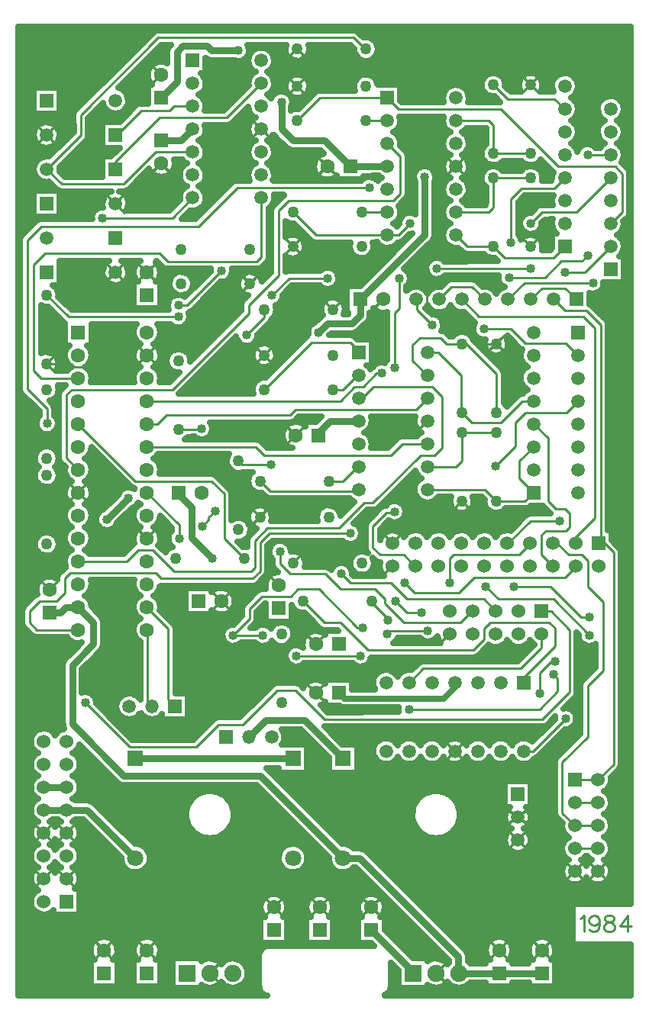
<source format=gbr>
G04 DipTrace 2.3.0.1*
%INTopCopper.gbr*%
%MOIN*%
%ADD14C,0.03*%
%ADD15C,0.01*%
%ADD16C,0.025*%
%ADD17C,0.013*%
%ADD18C,0.063*%
%ADD19R,0.063X0.063*%
%ADD20R,0.0709X0.0709*%
%ADD21C,0.0709*%
%ADD22R,0.0591X0.0591*%
%ADD23C,0.0591*%
%ADD24C,0.06*%
%ADD25R,0.06X0.06*%
%ADD26O,0.0594X0.0591*%
%ADD27O,0.0591X0.0594*%
%ADD28C,0.05*%
%ADD29C,0.05*%
%ADD30R,0.0598X0.0598*%
%ADD31C,0.0598*%
%ADD32C,0.0748*%
%ADD33R,0.0748X0.0748*%
%ADD34C,0.04*%
%ADD36C,0.18*%
%ADD88C,0.0108*%
%FSLAX44Y44*%
G04*
G70*
G90*
G75*
G01*
%LNTop*%
%LPD*%
X18127Y36160D2*
D14*
Y33629D1*
X15314Y30816D1*
X16500Y36625D2*
X15571D1*
X14875D1*
X12375Y10750D2*
X5500D1*
X8000Y38250D2*
X7500Y37750D1*
X6625D1*
X14875Y36625D2*
X13750Y37750D1*
X12380D1*
X11876Y38254D1*
Y39442D1*
X10001Y41692D2*
X8813D1*
X8626Y41879D1*
X7563D1*
X7313Y41629D1*
Y40313D1*
X6625Y39625D1*
X15250Y25500D2*
X13999D1*
X13500Y25001D1*
Y24875D1*
X15314Y30816D2*
Y30128D1*
X14939Y29753D1*
X13876D1*
X13500Y29377D1*
X19440Y14064D2*
D16*
Y13877D1*
X18939Y13376D1*
X14627D1*
X14377Y13626D1*
X14564Y6401D2*
D14*
X10964Y10001D1*
X5001D1*
X2750Y12251D1*
Y14830D1*
X3665Y15745D1*
Y16710D1*
X3000Y17375D1*
X14564Y6401D2*
X15300D1*
X19594Y2106D1*
Y1375D1*
X19625D1*
X21375D1*
X3000Y17375D2*
X2465D1*
X2215Y17125D1*
X1750D1*
X21375Y1375D2*
X23250D1*
X7375Y22375D2*
X7310D1*
X7953Y21732D1*
Y20394D1*
X8858Y19488D1*
X4252Y21191D2*
X5188Y22127D1*
X14564Y10751D2*
X12876Y12439D1*
X11189D1*
X10438Y11689D1*
X17625Y1375D2*
X17682D1*
X15797Y3260D1*
X21811Y31772D2*
D15*
X23386D1*
X24094Y32480D1*
X25000D1*
X25236Y32717D1*
Y37126D2*
X26250D1*
Y37125D1*
X1638Y25386D2*
Y26040D1*
X780Y26898D1*
Y33405D1*
X1375Y34000D1*
X8243D1*
X9939Y35695D1*
X15705D1*
X25315Y16142D2*
X23740Y17717D1*
X21339D1*
X20787Y18268D1*
X21732Y20157D2*
Y20118D1*
X22756Y21142D1*
X24031D1*
X24252Y32008D2*
X25133D1*
X26250Y33125D1*
X16500Y37625D2*
X17063Y37062D1*
Y35438D1*
X16750Y35125D1*
X12188D1*
X11750Y34687D1*
Y31877D1*
X10439Y30566D1*
Y30191D1*
X7123Y26875D1*
X2710D1*
X2480Y26645D1*
Y23895D1*
X3000Y23375D1*
X25315Y16929D2*
X24961D1*
X23622Y18268D1*
X22008D1*
X4625Y36500D2*
Y36816D1*
X6559Y38750D1*
X9492D1*
X10992Y40250D1*
X25690Y8813D2*
X24690D1*
X24732Y20157D2*
Y20419D1*
X25565Y21252D1*
Y29566D1*
X25065Y30066D1*
X20497D1*
X19750Y30813D1*
X14882Y20591D2*
X11339D1*
X10945Y20197D1*
Y18935D1*
X10635Y18625D1*
X6625D1*
X6375Y18875D1*
X2650D1*
X2415Y18640D1*
Y17979D1*
X2063Y17627D1*
X1313D1*
X875Y17189D1*
Y16689D1*
X1189Y16375D1*
X3000D1*
X24732Y19157D2*
Y19142D1*
X24252Y18661D1*
X20276D1*
X19606Y17992D1*
X17677D1*
X17244Y18425D1*
X18465Y29685D2*
X17795Y30354D1*
Y30813D1*
X17750D1*
X1625Y28000D2*
X2066D1*
X2188Y27878D1*
X4188D1*
X4250Y30753D2*
Y31625D1*
X4625Y32000D1*
X20748Y31732D2*
X18661D1*
X18228Y31299D1*
Y30512D1*
X18780Y29961D1*
X19528D1*
X20630Y28858D1*
X21233D1*
X21252Y28878D1*
X23232Y16189D2*
Y15606D1*
X22311Y14685D1*
X18061D1*
X17440Y14064D1*
X25690Y7813D2*
X24690D1*
X23732Y20157D2*
X23898D1*
X24409Y19646D1*
X25000D1*
X25236Y19409D1*
Y18268D1*
X25906Y17598D1*
Y14606D1*
X25236Y13937D1*
Y11693D1*
X24134Y10591D1*
Y8369D1*
X24690Y7813D1*
X18242Y24500D2*
X17141D1*
X16643Y24003D1*
X11132D1*
X10759Y24375D1*
X6000D1*
X23732Y19157D2*
X23717D1*
X23228Y19646D1*
Y20512D1*
X23425Y20709D1*
X24291D1*
X24449Y20866D1*
Y21457D1*
X24252Y21654D1*
X23858D1*
X23504Y22008D1*
Y24746D1*
X22875Y25375D1*
X15433Y16457D2*
X15197D1*
X13504Y18150D1*
X12598D1*
X12283Y17835D1*
X11024D1*
X10472Y17283D1*
Y16850D1*
X9764Y16142D1*
X7402Y20354D2*
Y20973D1*
X6000Y22375D1*
X11126Y30378D2*
Y30024D1*
X10354Y29252D1*
X11063Y16142D2*
X9764D1*
X2500Y8500D2*
X1500D1*
D14*
X3400D1*
X5500Y6400D1*
X1500Y9500D2*
X2500D1*
X6000Y17375D2*
D15*
X5971D1*
X6929Y16417D1*
Y13331D1*
X7228Y13031D1*
X24750Y30813D2*
X24263Y31299D1*
X23237D1*
X22750Y30813D1*
X15250Y28500D2*
Y28567D1*
X14877Y28941D1*
X13191D1*
X11125Y26875D1*
X22750Y32165D2*
X18661D1*
X6000Y16375D2*
X6024D1*
Y13236D1*
X6228Y13031D1*
X13945Y22874D2*
X14561D1*
X15250Y23563D1*
Y23500D1*
X21250Y25000D2*
Y25003D1*
X19752D1*
Y23752D1*
X19500Y23500D1*
X18242D1*
X19752Y28878D2*
X19075D1*
X18819Y29134D1*
X17913D1*
X17598Y28819D1*
Y28144D1*
X18242Y27500D1*
X19752Y28878D2*
X19941D1*
X21260Y27559D1*
Y25885D1*
X21252Y25878D1*
X15564Y38629D2*
X16500D1*
Y38625D1*
X15375Y34625D2*
X16500D1*
X22750Y36125D2*
X21125D1*
Y34825D1*
X20925Y34625D1*
X19492D1*
X22752Y37191D2*
X21127D1*
Y37192D1*
Y38423D1*
X20925Y38625D1*
X19492D1*
X16535Y16811D2*
X16575D1*
X15761Y17625D1*
X15812D1*
X15564Y41754D2*
X15502D1*
X15002Y42254D1*
X6501D1*
X3116Y38869D1*
Y37991D1*
X1625Y36500D1*
X2270Y35855D1*
X4980D1*
X6375Y37250D1*
X8000D1*
X7375Y30550D2*
X7750D1*
X9250Y32050D1*
X1625Y31000D2*
X2575Y30050D1*
X7375D1*
X4625Y38000D2*
Y37937D1*
X5750Y39062D1*
X7000D1*
X7188Y39250D1*
X8000D1*
X20750Y30813D2*
X20185Y31378D1*
X19291D1*
X18738Y30825D1*
X18750Y30813D1*
X15250Y22500D2*
Y22440D1*
X11379D1*
X10945Y22874D1*
X22875Y24375D2*
X22250Y23750D1*
Y23000D1*
X22875Y22375D1*
X21250Y22000D2*
X20750Y22500D1*
X18242D1*
X21250Y22000D2*
X22500D1*
X22875Y22375D1*
X14125Y26875D2*
X14561D1*
X15250Y27564D1*
Y27500D1*
X18242Y28500D2*
X18705D1*
X19724Y27480D1*
Y25905D1*
X19752Y25878D1*
X22875Y26375D2*
X22399D1*
X21457Y25433D1*
X20197D1*
X19752Y25878D1*
X26250Y34125D2*
X26753Y34628D1*
Y36310D1*
X26438Y36625D1*
X23944D1*
X21444Y39125D1*
X17000D1*
X16500Y39625D1*
X13559D1*
X12564Y38629D1*
X26250Y36125D2*
X24750Y34625D1*
X23249D1*
X22758Y34134D1*
X17480D2*
X16971Y33625D1*
X16500D1*
X13375D1*
X12375Y34625D1*
X24250Y33125D2*
X23763Y32638D1*
X21612D1*
X21125Y33125D1*
X19992D1*
X19492Y33625D1*
X21127Y40192D2*
X21745Y39574D1*
X23801D1*
X24250Y39125D1*
X22440Y14064D2*
X22210D1*
X23807Y15661D1*
Y16447D1*
X23565Y16689D1*
X20981D1*
X20729Y16438D1*
Y15966D1*
X20248Y15484D1*
X15657D1*
X14452Y16689D1*
X13748D1*
X12812Y17625D1*
X23232Y17189D2*
X23638D1*
X24449Y16378D1*
Y13661D1*
X23252Y12465D1*
X13756D1*
X12480Y13740D1*
X11693D1*
X10197Y12244D1*
X9134D1*
X8150Y11260D1*
X5236D1*
X3307Y13189D1*
X17440Y12909D2*
X23157D1*
X23929Y13681D1*
Y14232D1*
X23736Y14425D1*
X22440Y11072D2*
X22851D1*
X24270Y12490D1*
X23161Y13598D2*
Y14484D1*
X23660Y14983D1*
X23802D1*
X23815Y14996D1*
X3000Y25375D2*
X5500Y22875D1*
X8813D1*
X9375Y22313D1*
Y20375D1*
X10250Y19500D1*
X18268Y16339D2*
X16654D1*
X16496Y16181D1*
X15315Y15236D2*
X12520D1*
X8425Y20906D2*
X8701Y21181D1*
Y21299D1*
X8976Y21575D1*
X8386Y25157D2*
X8353Y25125D1*
X7375D1*
X10992Y35250D2*
Y32665D1*
X10792Y32465D1*
X6910D1*
X6563Y32812D1*
X1562D1*
X1062Y32312D1*
Y27692D1*
X1380Y27375D1*
X3000D1*
X8000Y35250D2*
X7125Y34375D1*
X4063D1*
X20232Y17189D2*
Y17240D1*
X19685Y16693D1*
X17205D1*
X16378Y17520D1*
Y17717D1*
X15945Y18150D1*
X14449D1*
X13780Y18819D1*
X12244D1*
X11811Y19252D1*
Y19803D1*
X11417Y23583D2*
X10167D1*
X10000Y23750D1*
X25690Y6813D2*
X24690D1*
X22732Y20157D2*
Y20134D1*
X22244Y19646D1*
X19370D1*
X19213Y19488D1*
Y18425D1*
X18242Y26500D2*
X17745Y26003D1*
X12501D1*
X12249Y25750D1*
X6840D1*
X6465Y25375D1*
X6000D1*
X20709Y29528D2*
X21890D1*
X22520Y28898D1*
X24296D1*
X24815Y28378D1*
X16260Y27598D2*
X16035D1*
X15439Y27003D1*
X15064D1*
X14436Y26375D1*
X6000D1*
X17992Y17126D2*
X17362D1*
X16850Y17638D1*
X21232Y17189D2*
Y17193D1*
X20709Y17717D1*
X17362D1*
X16654Y18425D1*
X14882D1*
X14488Y18819D1*
X13898Y31732D2*
X12205D1*
X11457Y30984D1*
X21220Y23543D2*
X22087Y24409D1*
Y25433D1*
X22520Y25866D1*
X24303D1*
X24815Y26378D1*
X24690Y9813D2*
X25690D1*
X25732Y20157D2*
X25972D1*
X26378Y19752D1*
Y10501D1*
X25690Y9813D1*
X25732Y20157D2*
X25815D1*
Y29691D1*
X25190Y30316D1*
X24247D1*
X23750Y30813D1*
X15250Y26500D2*
Y26376D1*
X15877Y27003D1*
X18439D1*
X18887Y26555D1*
Y24325D1*
X18564Y24003D1*
X17939D1*
X15866Y21929D1*
X15472D1*
X14370Y20827D1*
X11260D1*
X10709Y20276D1*
Y19099D1*
X10548Y18938D1*
X7187D1*
X6250Y19875D1*
X5603D1*
X5103Y19375D1*
X3000D1*
X25472Y31535D2*
X22473D1*
X21750Y30813D1*
X21890Y33307D2*
Y35197D1*
X22362Y35669D1*
X23794D1*
X24250Y36125D1*
X17732Y19157D2*
X17693D1*
X17205Y19646D1*
X16181D1*
X15866Y19961D1*
Y20906D1*
X16457Y21496D1*
X16772D1*
X16811Y21535D1*
Y27835D2*
Y30236D1*
X17008Y30433D1*
Y31732D1*
D34*
X18127Y36160D3*
X11876Y39442D3*
X10001Y41692D3*
X13500Y29377D3*
X8858Y19488D3*
X4252Y21191D3*
X21811Y31772D3*
X25236Y32717D3*
Y37126D3*
X1638Y25386D3*
X25315Y16142D3*
X20787Y18268D3*
X24031Y21142D3*
X24252Y32008D3*
X25315Y16929D3*
X22008Y18268D3*
X17244Y18425D3*
X18465Y29685D3*
X4188Y27878D3*
X4250Y30753D3*
X20748Y31732D3*
X15433Y16457D3*
X9764Y16142D3*
X7402Y20354D3*
X10354Y29252D3*
X11063Y16142D3*
X22750Y32165D3*
X18661D3*
X16535Y16811D3*
X22758Y34134D3*
X17480D3*
X3307Y13189D3*
X17440Y12909D3*
X23736Y14425D3*
X24270Y12490D3*
X23161Y13598D3*
X23815Y14996D3*
X18268Y16339D3*
X16496Y16181D3*
X15315Y15236D3*
X12520D3*
X8425Y20906D3*
X8976Y21575D3*
X8386Y25157D3*
X11811Y19803D3*
X11417Y23583D3*
X19213Y18425D3*
X20709Y29528D3*
X17992Y17126D3*
X16850Y17638D3*
X14488Y18819D3*
X13898Y31732D3*
X11457Y30984D3*
X21220Y23543D3*
X25472Y31535D3*
X21890Y33307D3*
X16811Y21535D3*
Y27835D3*
X17008Y31732D3*
D36*
X1480Y41520D3*
X26020D3*
Y1480D3*
X1480D3*
D34*
X8583Y23701D3*
X3125Y36504D3*
X12126Y21299D3*
X17717Y21378D3*
X15705Y35695D3*
X14882Y20591D3*
X5188Y22127D3*
X9250Y32050D3*
X7375Y30550D3*
Y30050D3*
X4063Y34375D3*
X16260Y27598D3*
X20795Y15256D3*
X410Y42477D2*
D16*
X6252D1*
X15248D2*
X27088D1*
X410Y42228D2*
X6002D1*
X15791D2*
X27088D1*
X410Y41979D2*
X5756D1*
X16052D2*
X27088D1*
X410Y41731D2*
X5506D1*
X6447D2*
X6885D1*
X10490D2*
X10678D1*
X11306D2*
X12026D1*
X13103D2*
X15026D1*
X16103D2*
X27088D1*
X410Y41482D2*
X5256D1*
X6197D2*
X6874D1*
X11525D2*
X12100D1*
X13025D2*
X15100D1*
X16025D2*
X27088D1*
X410Y41233D2*
X5010D1*
X5951D2*
X6874D1*
X8584D2*
X9901D1*
X10104D2*
X10409D1*
X11576D2*
X27088D1*
X410Y40985D2*
X4760D1*
X5701D2*
X6147D1*
X8584D2*
X10475D1*
X11509D2*
X27088D1*
X410Y40736D2*
X4510D1*
X5451D2*
X6030D1*
X8584D2*
X10690D1*
X11295D2*
X27088D1*
X410Y40487D2*
X4264D1*
X5205D2*
X6038D1*
X8533D2*
X10459D1*
X11525D2*
X12170D1*
X12959D2*
X15170D1*
X15959D2*
X20682D1*
X21572D2*
X22307D1*
X23197D2*
X23791D1*
X24709D2*
X27088D1*
X410Y40239D2*
X4014D1*
X4955D2*
X6166D1*
X8584D2*
X10409D1*
X11576D2*
X12038D1*
X13091D2*
X15038D1*
X16091D2*
X20588D1*
X21666D2*
X22213D1*
X23291D2*
X23674D1*
X24826D2*
X27088D1*
X410Y39990D2*
X1041D1*
X2209D2*
X3764D1*
X4920D2*
X6022D1*
X8521D2*
X10260D1*
X11513D2*
X12041D1*
X13084D2*
X15041D1*
X17084D2*
X19041D1*
X19943D2*
X20627D1*
X21799D2*
X22252D1*
X23252D2*
X23678D1*
X24822D2*
X27088D1*
X410Y39741D2*
X1041D1*
X2209D2*
X3518D1*
X5154D2*
X6022D1*
X8295D2*
X10014D1*
X11287D2*
X11495D1*
X12927D2*
X13206D1*
X17084D2*
X18920D1*
X20064D2*
X20854D1*
X24689D2*
X27088D1*
X410Y39492D2*
X1041D1*
X2209D2*
X3268D1*
X5209D2*
X6022D1*
X8529D2*
X9764D1*
X12365D2*
X12956D1*
X17103D2*
X18924D1*
X20060D2*
X21358D1*
X24705D2*
X25795D1*
X26705D2*
X27088D1*
X410Y39244D2*
X1041D1*
X2209D2*
X3018D1*
X3959D2*
X4100D1*
X5146D2*
X5459D1*
X8584D2*
X9514D1*
X12322D2*
X12709D1*
X24826D2*
X25674D1*
X26826D2*
X27088D1*
X410Y38995D2*
X1041D1*
X2209D2*
X2803D1*
X3713D2*
X4358D1*
X4892D2*
X5213D1*
X10209D2*
X10467D1*
X24822D2*
X25674D1*
X26822D2*
X27088D1*
X410Y38746D2*
X2776D1*
X3463D2*
X4963D1*
X9959D2*
X10709D1*
X17072D2*
X18920D1*
X24693D2*
X25807D1*
X26693D2*
X27088D1*
X410Y38498D2*
X1342D1*
X1908D2*
X2776D1*
X3455D2*
X4041D1*
X9705D2*
X10463D1*
X17072D2*
X18920D1*
X24697D2*
X25803D1*
X26697D2*
X27088D1*
X410Y38249D2*
X1100D1*
X2150D2*
X2776D1*
X3455D2*
X4041D1*
X8584D2*
X10409D1*
X16939D2*
X19053D1*
X19931D2*
X20788D1*
X24826D2*
X25674D1*
X26826D2*
X27088D1*
X410Y38000D2*
X1041D1*
X2209D2*
X2655D1*
X3455D2*
X4041D1*
X8525D2*
X10467D1*
X16939D2*
X19053D1*
X19931D2*
X20788D1*
X24826D2*
X25674D1*
X26826D2*
X27088D1*
X410Y37752D2*
X1096D1*
X2150D2*
X2405D1*
X3345D2*
X4041D1*
X8279D2*
X10713D1*
X11271D2*
X11768D1*
X17072D2*
X18920D1*
X20064D2*
X20788D1*
X24697D2*
X25803D1*
X26697D2*
X27088D1*
X410Y37503D2*
X1342D1*
X1908D2*
X2159D1*
X3099D2*
X4041D1*
X8525D2*
X10467D1*
X11517D2*
X12014D1*
X17091D2*
X18920D1*
X20064D2*
X20694D1*
X24693D2*
X24940D1*
X25533D2*
X25807D1*
X26693D2*
X27088D1*
X410Y37254D2*
X1909D1*
X2849D2*
X4592D1*
X8584D2*
X10409D1*
X11576D2*
X13635D1*
X17338D2*
X19045D1*
X19935D2*
X20592D1*
X26826D2*
X27088D1*
X410Y37006D2*
X1358D1*
X2599D2*
X4041D1*
X8529D2*
X10463D1*
X11521D2*
X13413D1*
X17404D2*
X19057D1*
X19927D2*
X20624D1*
X26826D2*
X27088D1*
X410Y36757D2*
X1104D1*
X2353D2*
X4041D1*
X7228D2*
X7709D1*
X8291D2*
X10702D1*
X11283D2*
X13284D1*
X17404D2*
X18924D1*
X20060D2*
X20827D1*
X21427D2*
X22452D1*
X23052D2*
X23342D1*
X26775D2*
X27088D1*
X410Y36508D2*
X1041D1*
X2209D2*
X4041D1*
X7177D2*
X7479D1*
X8521D2*
X10471D1*
X11513D2*
X13284D1*
X17404D2*
X17795D1*
X18459D2*
X18920D1*
X20064D2*
X20756D1*
X21494D2*
X22381D1*
X23119D2*
X23592D1*
X410Y36260D2*
X1092D1*
X2338D2*
X4041D1*
X5853D2*
X6291D1*
X6959D2*
X7416D1*
X8584D2*
X10409D1*
X11576D2*
X13401D1*
X17404D2*
X17647D1*
X18607D2*
X19041D1*
X19943D2*
X20604D1*
X23271D2*
X23678D1*
X410Y36011D2*
X1327D1*
X5607D2*
X7467D1*
X8533D2*
X10459D1*
X11525D2*
X15338D1*
X17404D2*
X17663D1*
X18591D2*
X19061D1*
X19924D2*
X20596D1*
X23275D2*
X23666D1*
X410Y35762D2*
X1893D1*
X5357D2*
X7702D1*
X8299D2*
X9534D1*
X17404D2*
X17686D1*
X18568D2*
X18924D1*
X20060D2*
X20733D1*
X410Y35513D2*
X1041D1*
X2209D2*
X4377D1*
X4873D2*
X7479D1*
X8521D2*
X9288D1*
X17404D2*
X17686D1*
X18568D2*
X18916D1*
X20064D2*
X20784D1*
X410Y35265D2*
X1041D1*
X2209D2*
X4108D1*
X5142D2*
X7416D1*
X8584D2*
X9038D1*
X11576D2*
X11858D1*
X17349D2*
X17686D1*
X18568D2*
X19038D1*
X19947D2*
X20784D1*
X22427D2*
X23678D1*
X410Y35016D2*
X1041D1*
X2209D2*
X4041D1*
X5209D2*
X7295D1*
X8533D2*
X8788D1*
X17111D2*
X17686D1*
X18568D2*
X19065D1*
X19920D2*
X20784D1*
X22228D2*
X23670D1*
X410Y34767D2*
X1041D1*
X2209D2*
X3788D1*
X5158D2*
X7045D1*
X8310D2*
X8541D1*
X17068D2*
X17686D1*
X18568D2*
X18924D1*
X22228D2*
X22920D1*
X410Y34519D2*
X1041D1*
X2209D2*
X3596D1*
X7740D2*
X8291D1*
X18568D2*
X18916D1*
X22228D2*
X22471D1*
X410Y34270D2*
X1190D1*
X18568D2*
X19034D1*
X23365D2*
X23678D1*
X26865D2*
X27088D1*
X410Y34021D2*
X924D1*
X12091D2*
X12510D1*
X18568D2*
X19073D1*
X23232D2*
X23670D1*
X26830D2*
X27088D1*
X410Y33773D2*
X678D1*
X12091D2*
X12756D1*
X18568D2*
X18928D1*
X22228D2*
X22440D1*
X23076D2*
X23784D1*
X26716D2*
X27088D1*
X12724Y33524D2*
X13006D1*
X18552D2*
X18916D1*
X23099D2*
X23663D1*
X26674D2*
X27088D1*
X12892Y33275D2*
X14858D1*
X15892D2*
X16038D1*
X16963D2*
X17163D1*
X18384D2*
X19030D1*
X23267D2*
X23663D1*
X26818D2*
X27088D1*
X12904Y33027D2*
X14846D1*
X15904D2*
X16913D1*
X18138D2*
X19620D1*
X23279D2*
X23663D1*
X26830D2*
X27088D1*
X12779Y32778D2*
X14971D1*
X15779D2*
X16666D1*
X17888D2*
X20721D1*
X26720D2*
X27088D1*
X12091Y32529D2*
X16416D1*
X17638D2*
X18346D1*
X18974D2*
X21252D1*
X26838D2*
X27088D1*
X2209Y32281D2*
X4116D1*
X5134D2*
X5467D1*
X11080D2*
X11409D1*
X12091D2*
X16166D1*
X17392D2*
X18186D1*
X26838D2*
X27088D1*
X2209Y32032D2*
X4041D1*
X5209D2*
X5397D1*
X6603D2*
X8760D1*
X9740D2*
X11409D1*
X14279D2*
X15920D1*
X17388D2*
X18190D1*
X26838D2*
X27088D1*
X2209Y31783D2*
X4084D1*
X5166D2*
X5436D1*
X6564D2*
X7045D1*
X7955D2*
X8514D1*
X9654D2*
X10045D1*
X10955D2*
X11186D1*
X14384D2*
X15670D1*
X17494D2*
X18374D1*
X18951D2*
X21323D1*
X26838D2*
X27088D1*
X2209Y31534D2*
X4288D1*
X4963D2*
X5397D1*
X6603D2*
X6959D1*
X8037D2*
X8264D1*
X9205D2*
X9959D1*
X14341D2*
X15420D1*
X17455D2*
X18979D1*
X20498D2*
X21385D1*
X25963D2*
X27088D1*
X2080Y31286D2*
X5397D1*
X6603D2*
X7006D1*
X8955D2*
X10006D1*
X12228D2*
X13745D1*
X14052D2*
X14709D1*
X18084D2*
X18416D1*
X21084D2*
X21416D1*
X25888D2*
X27088D1*
X2162Y31037D2*
X5397D1*
X6603D2*
X7249D1*
X8709D2*
X10249D1*
X11978D2*
X14709D1*
X25338D2*
X27088D1*
X2306Y30788D2*
X5397D1*
X6603D2*
X6952D1*
X8459D2*
X10190D1*
X11904D2*
X13791D1*
X14463D2*
X14709D1*
X25338D2*
X27088D1*
X2556Y30540D2*
X5397D1*
X6603D2*
X6885D1*
X8209D2*
X10100D1*
X11638D2*
X13612D1*
X25435D2*
X27088D1*
X1404Y30291D2*
X1866D1*
X7955D2*
X10069D1*
X11658D2*
X13592D1*
X15920D2*
X16046D1*
X18330D2*
X18510D1*
X18990D2*
X19510D1*
X25685D2*
X27088D1*
X1404Y30042D2*
X2112D1*
X7865D2*
X9819D1*
X11541D2*
X13553D1*
X15744D2*
X16471D1*
X18787D2*
X20049D1*
X25935D2*
X27088D1*
X1404Y29794D2*
X2366D1*
X7787D2*
X9573D1*
X11365D2*
X13268D1*
X15591D2*
X16471D1*
X18943D2*
X20303D1*
X26138D2*
X27088D1*
X1404Y29545D2*
X2397D1*
X3603D2*
X5420D1*
X6580D2*
X9323D1*
X11119D2*
X13041D1*
X15341D2*
X16471D1*
X18931D2*
X20217D1*
X26154D2*
X27088D1*
X1404Y29296D2*
X2397D1*
X3603D2*
X5401D1*
X6599D2*
X9073D1*
X10869D2*
X13018D1*
X14033D2*
X16471D1*
X19127D2*
X19428D1*
X20076D2*
X20280D1*
X26154D2*
X27088D1*
X1404Y29048D2*
X2397D1*
X3603D2*
X5499D1*
X6502D2*
X8827D1*
X9767D2*
X9913D1*
X10799D2*
X12827D1*
X15834D2*
X16471D1*
X20263D2*
X20741D1*
X21763D2*
X21901D1*
X26154D2*
X27088D1*
X1404Y28799D2*
X2397D1*
X3603D2*
X5581D1*
X6420D2*
X8577D1*
X9517D2*
X10225D1*
X10482D2*
X10807D1*
X11443D2*
X12581D1*
X15834D2*
X16471D1*
X20490D2*
X20717D1*
X21787D2*
X22147D1*
X26154D2*
X27088D1*
X1404Y28550D2*
X2424D1*
X3576D2*
X5424D1*
X6576D2*
X7061D1*
X7689D2*
X8327D1*
X9267D2*
X10616D1*
X11634D2*
X12331D1*
X15834D2*
X16471D1*
X21674D2*
X22315D1*
X26154D2*
X27088D1*
X2068Y28302D2*
X2401D1*
X3599D2*
X5401D1*
X6599D2*
X6866D1*
X7884D2*
X8081D1*
X9021D2*
X10592D1*
X11658D2*
X12081D1*
X15834D2*
X16471D1*
X20986D2*
X22291D1*
X26154D2*
X27088D1*
X2162Y28053D2*
X2495D1*
X3506D2*
X5495D1*
X6506D2*
X6838D1*
X8771D2*
X10698D1*
X11552D2*
X11834D1*
X15834D2*
X16135D1*
X21236D2*
X22385D1*
X26154D2*
X27088D1*
X2127Y27804D2*
X2584D1*
X3416D2*
X5584D1*
X6416D2*
X6948D1*
X8521D2*
X11584D1*
X21486D2*
X22483D1*
X26154D2*
X27088D1*
X3576Y27555D2*
X5424D1*
X6576D2*
X7334D1*
X8275D2*
X11334D1*
X21599D2*
X22315D1*
X26154D2*
X27088D1*
X3599Y27307D2*
X5401D1*
X6599D2*
X7084D1*
X8025D2*
X10819D1*
X21599D2*
X22291D1*
X26154D2*
X27088D1*
X2131Y27058D2*
X2424D1*
X7775D2*
X10620D1*
X21599D2*
X22385D1*
X26154D2*
X27088D1*
X7529Y26809D2*
X10588D1*
X21599D2*
X22491D1*
X26154D2*
X27088D1*
X410Y26561D2*
X647D1*
X21599D2*
X22116D1*
X26154D2*
X27088D1*
X410Y26312D2*
X897D1*
X1834D2*
X2139D1*
X21599D2*
X21866D1*
X26154D2*
X27088D1*
X410Y26063D2*
X1143D1*
X1978D2*
X2139D1*
X26154D2*
X27088D1*
X410Y25815D2*
X1299D1*
X1978D2*
X2139D1*
X26154D2*
X27088D1*
X410Y25566D2*
X1186D1*
X12533D2*
X13452D1*
X15830D2*
X17663D1*
X26154D2*
X27088D1*
X410Y25317D2*
X1155D1*
X8845D2*
X12100D1*
X15806D2*
X17686D1*
X26154D2*
X27088D1*
X410Y25069D2*
X1272D1*
X2002D2*
X2139D1*
X8869D2*
X11928D1*
X15631D2*
X17862D1*
X26154D2*
X27088D1*
X410Y24820D2*
X2139D1*
X8732D2*
X11897D1*
X15736D2*
X17756D1*
X26154D2*
X27088D1*
X410Y24571D2*
X2139D1*
X11033D2*
X11983D1*
X15830D2*
X16741D1*
X26154D2*
X27088D1*
X410Y24323D2*
X1346D1*
X1904D2*
X2139D1*
X11283D2*
X12299D1*
X15806D2*
X16495D1*
X26154D2*
X27088D1*
X410Y24074D2*
X1124D1*
X3521D2*
X3831D1*
X26154D2*
X27088D1*
X410Y23825D2*
X1088D1*
X3392D2*
X4081D1*
X6392D2*
X9467D1*
X26154D2*
X27088D1*
X410Y23576D2*
X1182D1*
X2068D2*
X2327D1*
X3568D2*
X4327D1*
X6568D2*
X9491D1*
X26154D2*
X27088D1*
X410Y23328D2*
X1127D1*
X2123D2*
X2397D1*
X3603D2*
X4577D1*
X6603D2*
X9682D1*
X26154D2*
X27088D1*
X410Y23079D2*
X1088D1*
X2162D2*
X2475D1*
X3525D2*
X4827D1*
X9080D2*
X10448D1*
X17486D2*
X17846D1*
X26154D2*
X27088D1*
X410Y22830D2*
X1178D1*
X2072D2*
X2616D1*
X3384D2*
X5073D1*
X9326D2*
X10409D1*
X17236D2*
X17764D1*
X26154D2*
X27088D1*
X410Y22582D2*
X2432D1*
X3568D2*
X5065D1*
X9576D2*
X10495D1*
X16990D2*
X17663D1*
X26154D2*
X27088D1*
X410Y22333D2*
X2397D1*
X3603D2*
X4745D1*
X9713D2*
X11014D1*
X16740D2*
X17682D1*
X26154D2*
X27088D1*
X410Y22084D2*
X2475D1*
X3525D2*
X4534D1*
X9716D2*
X14850D1*
X16490D2*
X17842D1*
X18642D2*
X19217D1*
X20287D2*
X20694D1*
X26154D2*
X27088D1*
X410Y21836D2*
X2624D1*
X3377D2*
X4284D1*
X9716D2*
X14909D1*
X16244D2*
X16432D1*
X17189D2*
X19241D1*
X20263D2*
X20737D1*
X26154D2*
X27088D1*
X410Y21587D2*
X2436D1*
X3564D2*
X3983D1*
X5259D2*
X5436D1*
X9716D2*
X10487D1*
X11388D2*
X13487D1*
X14388D2*
X14659D1*
X15599D2*
X16077D1*
X17299D2*
X19424D1*
X20080D2*
X20916D1*
X21584D2*
X23456D1*
X26154D2*
X27088D1*
X410Y21338D2*
X2397D1*
X3603D2*
X3788D1*
X5009D2*
X5397D1*
X9716D2*
X10397D1*
X11474D2*
X13397D1*
X15353D2*
X15831D1*
X17256D2*
X22483D1*
X26154D2*
X27088D1*
X410Y21090D2*
X2471D1*
X3529D2*
X3772D1*
X4763D2*
X5471D1*
X6529D2*
X6815D1*
X15103D2*
X15584D1*
X16521D2*
X16655D1*
X16966D2*
X22233D1*
X26154D2*
X27088D1*
X410Y20841D2*
X2631D1*
X3369D2*
X3920D1*
X4584D2*
X5631D1*
X6369D2*
X7061D1*
X10533D2*
X10678D1*
X15299D2*
X15526D1*
X16271D2*
X21987D1*
X26154D2*
X27088D1*
X410Y20592D2*
X1385D1*
X1865D2*
X2436D1*
X3564D2*
X5436D1*
X6564D2*
X6979D1*
X15373D2*
X15526D1*
X16205D2*
X16344D1*
X17119D2*
X17346D1*
X18119D2*
X18346D1*
X19119D2*
X19346D1*
X20119D2*
X20346D1*
X21119D2*
X21346D1*
X26322D2*
X27088D1*
X410Y20344D2*
X1135D1*
X2115D2*
X2397D1*
X3603D2*
X5397D1*
X6603D2*
X6913D1*
X15302D2*
X15526D1*
X26322D2*
X27088D1*
X410Y20095D2*
X1084D1*
X2166D2*
X2467D1*
X3533D2*
X5354D1*
X6533D2*
X6991D1*
X10127D2*
X10370D1*
X12197D2*
X15526D1*
X26506D2*
X27088D1*
X410Y19846D2*
X1166D1*
X2084D2*
X2635D1*
X3361D2*
X5104D1*
X12299D2*
X15549D1*
X26705D2*
X27088D1*
X410Y19597D2*
X2440D1*
X12834D2*
X14956D1*
X26716D2*
X27088D1*
X410Y19349D2*
X2397D1*
X11283D2*
X11471D1*
X12931D2*
X14858D1*
X26716D2*
X27088D1*
X410Y19100D2*
X2405D1*
X11283D2*
X11510D1*
X13947D2*
X14093D1*
X15896D2*
X16147D1*
X26716D2*
X27088D1*
X410Y18851D2*
X2159D1*
X11275D2*
X11506D1*
X15685D2*
X16233D1*
X26716D2*
X27088D1*
X410Y18603D2*
X1397D1*
X11084D2*
X11225D1*
X26716D2*
X27088D1*
X410Y18354D2*
X1194D1*
X3603D2*
X5397D1*
X10822D2*
X11147D1*
X26716D2*
X27088D1*
X410Y18105D2*
X1147D1*
X3537D2*
X5463D1*
X6537D2*
X7647D1*
X9599D2*
X10838D1*
X26716D2*
X27088D1*
X410Y17857D2*
X1073D1*
X3349D2*
X5651D1*
X6349D2*
X7647D1*
X9806D2*
X10577D1*
X26716D2*
X27088D1*
X410Y17608D2*
X823D1*
X3556D2*
X5444D1*
X6556D2*
X7647D1*
X9853D2*
X10327D1*
X26716D2*
X27088D1*
X410Y17359D2*
X584D1*
X3627D2*
X5397D1*
X6603D2*
X7647D1*
X9791D2*
X10143D1*
X11017D2*
X11147D1*
X26716D2*
X27088D1*
X3877Y17111D2*
X5459D1*
X6705D2*
X7647D1*
X9541D2*
X10131D1*
X10814D2*
X11147D1*
X12357D2*
X12768D1*
X26716D2*
X27088D1*
X4076Y16862D2*
X5659D1*
X6955D2*
X10014D1*
X10814D2*
X11147D1*
X12357D2*
X13104D1*
X26716D2*
X27088D1*
X410Y16613D2*
X545D1*
X4103D2*
X5448D1*
X7201D2*
X9764D1*
X10705D2*
X11561D1*
X12193D2*
X13354D1*
X26716D2*
X27088D1*
X410Y16365D2*
X729D1*
X4103D2*
X5397D1*
X7267D2*
X9331D1*
X12384D2*
X14307D1*
X26716D2*
X27088D1*
X410Y16116D2*
X987D1*
X4103D2*
X5456D1*
X7267D2*
X9276D1*
X12412D2*
X12901D1*
X26716D2*
X27088D1*
X410Y15867D2*
X2694D1*
X4103D2*
X5682D1*
X7267D2*
X9366D1*
X12302D2*
X12784D1*
X16865D2*
X18745D1*
X26716D2*
X27088D1*
X410Y15618D2*
X2928D1*
X4084D2*
X5682D1*
X7267D2*
X12229D1*
X20853D2*
X22776D1*
X24787D2*
X25565D1*
X26716D2*
X27088D1*
X410Y15370D2*
X2678D1*
X3900D2*
X5682D1*
X7267D2*
X12049D1*
X20603D2*
X22526D1*
X24787D2*
X25565D1*
X26716D2*
X27088D1*
X410Y15121D2*
X2428D1*
X3654D2*
X5682D1*
X7267D2*
X12045D1*
X15791D2*
X22276D1*
X24787D2*
X25565D1*
X26716D2*
X27088D1*
X410Y14872D2*
X2311D1*
X3404D2*
X5682D1*
X7267D2*
X12206D1*
X12834D2*
X15002D1*
X15631D2*
X17780D1*
X24787D2*
X25565D1*
X26716D2*
X27088D1*
X410Y14624D2*
X2311D1*
X3189D2*
X5682D1*
X7267D2*
X17530D1*
X24787D2*
X25452D1*
X26716D2*
X27088D1*
X410Y14375D2*
X2311D1*
X3189D2*
X5682D1*
X7267D2*
X15948D1*
X24787D2*
X25206D1*
X26716D2*
X27088D1*
X410Y14126D2*
X2311D1*
X3189D2*
X5682D1*
X7267D2*
X13057D1*
X14982D2*
X15858D1*
X24787D2*
X24958D1*
X26716D2*
X27088D1*
X410Y13878D2*
X2311D1*
X3189D2*
X5682D1*
X7267D2*
X11362D1*
X14982D2*
X15885D1*
X26716D2*
X27088D1*
X410Y13629D2*
X2311D1*
X3482D2*
X5682D1*
X7267D2*
X11112D1*
X26716D2*
X27088D1*
X410Y13380D2*
X2311D1*
X3756D2*
X4764D1*
X7814D2*
X10862D1*
X24638D2*
X24897D1*
X26716D2*
X27088D1*
X410Y13132D2*
X2311D1*
X3834D2*
X4651D1*
X7814D2*
X10616D1*
X24388D2*
X24897D1*
X26716D2*
X27088D1*
X410Y12883D2*
X2311D1*
X4084D2*
X4663D1*
X7814D2*
X10366D1*
X13806D2*
X16952D1*
X24545D2*
X24897D1*
X26716D2*
X27088D1*
X410Y12634D2*
X2311D1*
X4334D2*
X4807D1*
X5646D2*
X5807D1*
X7814D2*
X10116D1*
X24736D2*
X24897D1*
X26716D2*
X27088D1*
X410Y12385D2*
X2311D1*
X4580D2*
X8803D1*
X24748D2*
X24897D1*
X26716D2*
X27088D1*
X410Y12137D2*
X2327D1*
X4830D2*
X8557D1*
X13791D2*
X23448D1*
X24595D2*
X24897D1*
X26716D2*
X27088D1*
X410Y11888D2*
X1065D1*
X1935D2*
X2064D1*
X5080D2*
X8307D1*
X11986D2*
X12815D1*
X14037D2*
X23198D1*
X24138D2*
X24897D1*
X26716D2*
X27088D1*
X410Y11639D2*
X928D1*
X5326D2*
X8057D1*
X12021D2*
X13065D1*
X14287D2*
X22948D1*
X23888D2*
X24713D1*
X26716D2*
X27088D1*
X410Y11391D2*
X920D1*
X11939D2*
X13311D1*
X14537D2*
X15956D1*
X23642D2*
X24463D1*
X26716D2*
X27088D1*
X410Y11142D2*
X1038D1*
X2963D2*
X3249D1*
X13017D2*
X13561D1*
X15209D2*
X15858D1*
X23392D2*
X24213D1*
X26716D2*
X27088D1*
X410Y10893D2*
X1069D1*
X2931D2*
X3499D1*
X13017D2*
X13811D1*
X15209D2*
X15885D1*
X23142D2*
X23967D1*
X26716D2*
X27088D1*
X410Y10645D2*
X928D1*
X3072D2*
X3745D1*
X13017D2*
X13920D1*
X15209D2*
X16053D1*
X16826D2*
X17053D1*
X17826D2*
X18053D1*
X18826D2*
X19053D1*
X19826D2*
X20053D1*
X20826D2*
X21053D1*
X21826D2*
X22053D1*
X22826D2*
X23799D1*
X26716D2*
X27088D1*
X410Y10396D2*
X920D1*
X3080D2*
X3995D1*
X13017D2*
X13920D1*
X15209D2*
X23795D1*
X26701D2*
X27088D1*
X410Y10147D2*
X1034D1*
X2966D2*
X4245D1*
X11427D2*
X11729D1*
X13017D2*
X13920D1*
X15209D2*
X23795D1*
X26494D2*
X27088D1*
X410Y9899D2*
X1077D1*
X2924D2*
X4491D1*
X11677D2*
X23795D1*
X26275D2*
X27088D1*
X410Y9650D2*
X932D1*
X3068D2*
X4756D1*
X11927D2*
X21604D1*
X22775D2*
X23795D1*
X26256D2*
X27088D1*
X410Y9401D2*
X920D1*
X3080D2*
X10952D1*
X12174D2*
X21604D1*
X22775D2*
X23795D1*
X26103D2*
X27088D1*
X410Y9153D2*
X1030D1*
X2970D2*
X8139D1*
X9361D2*
X11202D1*
X12424D2*
X18014D1*
X19236D2*
X21604D1*
X22775D2*
X23795D1*
X26166D2*
X27088D1*
X410Y8904D2*
X1081D1*
X3517D2*
X7885D1*
X9615D2*
X11448D1*
X12674D2*
X17760D1*
X19490D2*
X21604D1*
X22775D2*
X23795D1*
X26271D2*
X27088D1*
X410Y8655D2*
X932D1*
X3857D2*
X7756D1*
X9744D2*
X11698D1*
X12920D2*
X17631D1*
X19619D2*
X21604D1*
X22775D2*
X23795D1*
X26256D2*
X27088D1*
X410Y8406D2*
X916D1*
X4103D2*
X7698D1*
X9802D2*
X11948D1*
X13170D2*
X17573D1*
X19677D2*
X21647D1*
X22732D2*
X23795D1*
X26107D2*
X27088D1*
X410Y8158D2*
X1026D1*
X4353D2*
X7706D1*
X9795D2*
X12194D1*
X13420D2*
X17581D1*
X19670D2*
X21604D1*
X22775D2*
X23877D1*
X26162D2*
X27088D1*
X410Y7909D2*
X1084D1*
X1916D2*
X2083D1*
X2916D2*
X3377D1*
X4603D2*
X7772D1*
X9728D2*
X12444D1*
X13666D2*
X17647D1*
X19603D2*
X21678D1*
X22701D2*
X24108D1*
X26271D2*
X27088D1*
X410Y7660D2*
X932D1*
X3068D2*
X3627D1*
X4849D2*
X7920D1*
X9580D2*
X12694D1*
X13916D2*
X17795D1*
X19455D2*
X21862D1*
X22517D2*
X24120D1*
X26259D2*
X27088D1*
X410Y7412D2*
X916D1*
X3084D2*
X3877D1*
X5099D2*
X8206D1*
X9295D2*
X12940D1*
X14166D2*
X18081D1*
X19170D2*
X21651D1*
X22728D2*
X24268D1*
X26111D2*
X27088D1*
X410Y7163D2*
X1022D1*
X2978D2*
X4124D1*
X5349D2*
X13190D1*
X14412D2*
X21604D1*
X22775D2*
X24221D1*
X26158D2*
X27088D1*
X410Y6914D2*
X1092D1*
X1908D2*
X2092D1*
X2908D2*
X4374D1*
X5869D2*
X12006D1*
X12744D2*
X13440D1*
X14935D2*
X21678D1*
X22705D2*
X24108D1*
X26271D2*
X27088D1*
X410Y6666D2*
X936D1*
X3064D2*
X4624D1*
X6084D2*
X11791D1*
X12959D2*
X13686D1*
X15646D2*
X21963D1*
X22416D2*
X24120D1*
X26259D2*
X27088D1*
X410Y6417D2*
X916D1*
X3084D2*
X4858D1*
X6142D2*
X11733D1*
X13017D2*
X13920D1*
X15896D2*
X24264D1*
X25119D2*
X25264D1*
X26119D2*
X27088D1*
X410Y6168D2*
X1018D1*
X2982D2*
X4901D1*
X6099D2*
X11776D1*
X12974D2*
X13963D1*
X16142D2*
X24225D1*
X26154D2*
X27088D1*
X410Y5920D2*
X1096D1*
X1904D2*
X2096D1*
X2904D2*
X5084D1*
X5916D2*
X11959D1*
X12791D2*
X14151D1*
X14978D2*
X15170D1*
X16392D2*
X24112D1*
X26271D2*
X27088D1*
X410Y5671D2*
X936D1*
X3064D2*
X15416D1*
X16642D2*
X24120D1*
X26263D2*
X27088D1*
X410Y5422D2*
X916D1*
X3084D2*
X15666D1*
X16888D2*
X24256D1*
X25123D2*
X25256D1*
X26123D2*
X27088D1*
X410Y5174D2*
X1014D1*
X2986D2*
X15916D1*
X17138D2*
X27088D1*
X410Y4925D2*
X1104D1*
X3091D2*
X16163D1*
X17388D2*
X27088D1*
X410Y4676D2*
X940D1*
X3091D2*
X11120D1*
X11974D2*
X13120D1*
X13974D2*
X15370D1*
X16224D2*
X16413D1*
X17634D2*
X27088D1*
X410Y4427D2*
X916D1*
X3091D2*
X10967D1*
X12127D2*
X12967D1*
X14127D2*
X15217D1*
X16377D2*
X16663D1*
X17884D2*
X27088D1*
X410Y4179D2*
X1010D1*
X3091D2*
X10948D1*
X12146D2*
X12948D1*
X14146D2*
X15198D1*
X16396D2*
X16909D1*
X18134D2*
X24573D1*
X410Y3930D2*
X11045D1*
X12049D2*
X13045D1*
X14049D2*
X15295D1*
X16299D2*
X17159D1*
X18381D2*
X24573D1*
X410Y3681D2*
X10944D1*
X12150D2*
X12944D1*
X14150D2*
X15194D1*
X16400D2*
X17409D1*
X18631D2*
X24573D1*
X410Y3433D2*
X10944D1*
X12150D2*
X12944D1*
X14150D2*
X15194D1*
X16400D2*
X17655D1*
X18881D2*
X24573D1*
X410Y3184D2*
X10944D1*
X12150D2*
X12944D1*
X14150D2*
X15194D1*
X16486D2*
X17905D1*
X19127D2*
X24573D1*
X410Y2935D2*
X3952D1*
X4299D2*
X5827D1*
X6174D2*
X10944D1*
X12150D2*
X12944D1*
X14150D2*
X15194D1*
X16732D2*
X18155D1*
X19377D2*
X21202D1*
X21549D2*
X23077D1*
X23424D2*
X24573D1*
X410Y2687D2*
X3612D1*
X4638D2*
X5487D1*
X6513D2*
X10944D1*
X12150D2*
X12944D1*
X14150D2*
X15194D1*
X16982D2*
X18401D1*
X19627D2*
X20862D1*
X21888D2*
X22737D1*
X23763D2*
X24573D1*
X410Y2438D2*
X3522D1*
X4728D2*
X5397D1*
X6603D2*
X11010D1*
X17232D2*
X18651D1*
X19873D2*
X20772D1*
X21978D2*
X22647D1*
X23853D2*
X27088D1*
X410Y2189D2*
X3549D1*
X4701D2*
X5424D1*
X6576D2*
X10877D1*
X17478D2*
X18901D1*
X20025D2*
X20799D1*
X21951D2*
X22674D1*
X23826D2*
X27088D1*
X410Y1941D2*
X3522D1*
X4728D2*
X5397D1*
X6603D2*
X7084D1*
X9072D2*
X9428D1*
X10072D2*
X10874D1*
X18947D2*
X19147D1*
X20033D2*
X20772D1*
X21978D2*
X22647D1*
X23853D2*
X27088D1*
X410Y1692D2*
X3522D1*
X4728D2*
X5397D1*
X6603D2*
X7084D1*
X10330D2*
X10874D1*
X23853D2*
X27088D1*
X410Y1443D2*
X3522D1*
X4728D2*
X5397D1*
X6603D2*
X7084D1*
X10412D2*
X10874D1*
X16666D2*
X16959D1*
X23853D2*
X27088D1*
X410Y1195D2*
X3522D1*
X4728D2*
X5397D1*
X6603D2*
X7084D1*
X10388D2*
X10874D1*
X16666D2*
X16959D1*
X23853D2*
X27088D1*
X410Y946D2*
X3522D1*
X4728D2*
X5397D1*
X6603D2*
X7084D1*
X10248D2*
X10874D1*
X16666D2*
X16959D1*
X20123D2*
X20772D1*
X21978D2*
X22647D1*
X23853D2*
X27088D1*
X410Y697D2*
X10889D1*
X16650D2*
X27088D1*
X410Y448D2*
X11069D1*
X16470D2*
X27088D1*
X6579Y2350D2*
X6561Y2227D1*
X6516Y2110D1*
X6447Y2006D1*
X6400Y1955D1*
X6580D1*
Y795D1*
X5420D1*
Y1955D1*
X5604D1*
X5535Y2028D1*
X5472Y2136D1*
X5433Y2254D1*
X5420Y2378D1*
X5434Y2502D1*
X5475Y2620D1*
X5539Y2727D1*
X5625Y2817D1*
X5728Y2887D1*
X5844Y2934D1*
X5967Y2954D1*
X6092Y2948D1*
X6212Y2915D1*
X6323Y2857D1*
X6418Y2777D1*
X6495Y2678D1*
X6548Y2565D1*
X6576Y2443D1*
X6579Y2350D1*
X16377Y4235D2*
X16358Y4112D1*
X16313Y3995D1*
X16245Y3891D1*
X16197Y3840D1*
X16377D1*
Y3266D1*
X17629Y2015D1*
X18264Y2014D1*
Y1901D1*
X18349Y1951D1*
X18466Y1994D1*
X18589Y2013D1*
X18714Y2008D1*
X18835Y1978D1*
X18948Y1926D1*
X19049Y1853D1*
X19125Y1773D1*
X19182Y1833D1*
X19180Y1934D1*
X15128Y5986D1*
X15023D1*
X14894Y5877D1*
X14782Y5821D1*
X14661Y5789D1*
X14537Y5782D1*
X14413Y5800D1*
X14296Y5843D1*
X14189Y5908D1*
X14098Y5993D1*
X14026Y6094D1*
X13975Y6209D1*
X13949Y6330D1*
X13948Y6428D1*
X11354Y9024D1*
X10793Y9585D1*
X5001Y9586D1*
X4877Y9605D1*
X4747Y9672D1*
X4354Y10061D1*
X3047Y11368D1*
X3010Y11258D1*
X2945Y11152D1*
X2858Y11063D1*
X2763Y11001D1*
X2818Y10967D1*
X2913Y10886D1*
X2987Y10786D1*
X3038Y10672D1*
X3065Y10500D1*
X3051Y10376D1*
X3010Y10258D1*
X2945Y10152D1*
X2858Y10063D1*
X2763Y10001D1*
X2818Y9967D1*
X2913Y9886D1*
X2987Y9786D1*
X3038Y9672D1*
X3065Y9500D1*
X3051Y9376D1*
X3010Y9258D1*
X2945Y9152D1*
X2858Y9063D1*
X2763Y9001D1*
X2880Y8914D1*
X3400Y8915D1*
X3523Y8896D1*
X3653Y8829D1*
X4047Y8440D1*
X5469Y7017D1*
X5582Y7013D1*
X5703Y6985D1*
X5816Y6932D1*
X5917Y6858D1*
X6000Y6765D1*
X6063Y6657D1*
X6103Y6539D1*
X6119Y6400D1*
X6107Y6275D1*
X6069Y6156D1*
X6009Y6047D1*
X5928Y5952D1*
X5830Y5875D1*
X5718Y5820D1*
X5597Y5788D1*
X5473Y5781D1*
X5349Y5799D1*
X5232Y5841D1*
X5125Y5906D1*
X5034Y5992D1*
X4962Y6093D1*
X4911Y6207D1*
X4885Y6329D1*
X4884Y6427D1*
X3226Y8087D1*
X2880Y8085D1*
X2763Y8001D1*
X2877Y7921D1*
X2960Y7828D1*
X3021Y7719D1*
X3056Y7599D1*
X3064Y7475D1*
X3045Y7352D1*
X2999Y7236D1*
X2929Y7133D1*
X2838Y7047D1*
X2762Y7000D1*
X2818Y6967D1*
X2913Y6886D1*
X2987Y6786D1*
X3038Y6672D1*
X3065Y6500D1*
X3051Y6376D1*
X3010Y6258D1*
X2945Y6152D1*
X2858Y6063D1*
X2763Y6001D1*
X2877Y5921D1*
X2960Y5828D1*
X3021Y5719D1*
X3056Y5599D1*
X3064Y5475D1*
X3045Y5352D1*
X2999Y5236D1*
X2929Y5133D1*
X2860Y5064D1*
X3065Y5065D1*
Y3935D1*
X1935D1*
Y4142D1*
X1858Y4063D1*
X1753Y3995D1*
X1636Y3952D1*
X1512Y3935D1*
X1388Y3946D1*
X1269Y3984D1*
X1162Y4048D1*
X1071Y4133D1*
X1001Y4236D1*
X955Y4352D1*
X936Y4475D1*
X944Y4600D1*
X979Y4719D1*
X1040Y4828D1*
X1123Y4921D1*
X1236Y4998D1*
X1123Y5079D1*
X1040Y5172D1*
X979Y5281D1*
X944Y5401D1*
X936Y5525D1*
X955Y5648D1*
X1001Y5764D1*
X1071Y5868D1*
X1162Y5953D1*
X1237Y6000D1*
X1162Y6048D1*
X1071Y6133D1*
X1001Y6236D1*
X955Y6352D1*
X936Y6475D1*
X944Y6600D1*
X979Y6719D1*
X1040Y6828D1*
X1123Y6921D1*
X1236Y6998D1*
X1123Y7079D1*
X1040Y7172D1*
X979Y7281D1*
X944Y7401D1*
X936Y7525D1*
X955Y7648D1*
X1001Y7764D1*
X1071Y7868D1*
X1162Y7953D1*
X1237Y8000D1*
X1162Y8048D1*
X1071Y8133D1*
X1001Y8236D1*
X955Y8352D1*
X936Y8475D1*
X944Y8600D1*
X979Y8719D1*
X1040Y8828D1*
X1123Y8921D1*
X1236Y8998D1*
X1162Y9048D1*
X1071Y9133D1*
X1001Y9236D1*
X955Y9352D1*
X936Y9475D1*
X944Y9600D1*
X979Y9719D1*
X1040Y9828D1*
X1123Y9921D1*
X1236Y9998D1*
X1162Y10048D1*
X1071Y10133D1*
X1001Y10236D1*
X955Y10352D1*
X936Y10475D1*
X944Y10600D1*
X979Y10719D1*
X1040Y10828D1*
X1123Y10921D1*
X1236Y10998D1*
X1162Y11048D1*
X1071Y11133D1*
X1001Y11236D1*
X955Y11352D1*
X936Y11475D1*
X944Y11600D1*
X979Y11719D1*
X1040Y11828D1*
X1123Y11921D1*
X1225Y11994D1*
X1340Y12042D1*
X1463Y12064D1*
X1588Y12058D1*
X1708Y12025D1*
X1818Y11967D1*
X1913Y11886D1*
X1998Y11761D1*
X2040Y11828D1*
X2123Y11921D1*
X2225Y11994D1*
X2340Y12042D1*
X2390Y12051D1*
X2342Y12180D1*
X2335Y12376D1*
Y14830D1*
X2354Y14954D1*
X2422Y15084D1*
X2810Y15477D1*
X3145Y15812D1*
X3036Y15796D1*
X2911Y15802D1*
X2791Y15834D1*
X2680Y15891D1*
X2584Y15971D1*
X2514Y16060D1*
X1189D1*
X1068Y16085D1*
X967Y16152D1*
X652Y16467D1*
X584Y16570D1*
X560Y16689D1*
Y17189D1*
X585Y17311D1*
X652Y17412D1*
X1090Y17850D1*
X1204Y17922D1*
X1175Y18053D1*
X1173Y18178D1*
X1197Y18300D1*
X1248Y18415D1*
X1321Y18515D1*
X1415Y18598D1*
X1524Y18659D1*
X1643Y18695D1*
X1767Y18705D1*
X1891Y18687D1*
X2008Y18644D1*
X2100Y18587D1*
Y18640D1*
X2125Y18762D1*
X2192Y18863D1*
X2436Y19105D1*
X2453Y19182D1*
X2425Y19303D1*
X2423Y19428D1*
X2447Y19550D1*
X2498Y19665D1*
X2571Y19765D1*
X2665Y19848D1*
X2709Y19873D1*
X2584Y19971D1*
X2507Y20070D1*
X2453Y20182D1*
X2425Y20303D1*
X2423Y20428D1*
X2447Y20550D1*
X2498Y20665D1*
X2571Y20765D1*
X2665Y20848D1*
X2709Y20873D1*
X2584Y20971D1*
X2507Y21070D1*
X2453Y21182D1*
X2425Y21303D1*
X2423Y21428D1*
X2447Y21550D1*
X2498Y21665D1*
X2571Y21765D1*
X2665Y21848D1*
X2709Y21873D1*
X2602Y21954D1*
X2521Y22049D1*
X2462Y22159D1*
X2428Y22279D1*
X2421Y22403D1*
X2440Y22526D1*
X2486Y22643D1*
X2555Y22747D1*
X2645Y22833D1*
X2706Y22875D1*
X2584Y22971D1*
X2507Y23070D1*
X2453Y23182D1*
X2425Y23303D1*
X2423Y23428D1*
X2436Y23493D1*
X2258Y23672D1*
X2189Y23775D1*
X2165Y23895D1*
Y26645D1*
X2190Y26767D1*
X2258Y26868D1*
X2449Y27060D1*
X2105D1*
X2128Y26985D1*
X2140Y26875D1*
X2125Y26751D1*
X2080Y26635D1*
X2009Y26532D1*
X1916Y26450D1*
X1805Y26393D1*
X1748Y26379D1*
X1860Y26262D1*
X1929Y26159D1*
X1953Y26040D1*
Y25731D1*
X2012Y25662D1*
X2072Y25553D1*
X2103Y25386D1*
X2086Y25262D1*
X2037Y25148D1*
X1960Y25050D1*
X1859Y24977D1*
X1742Y24933D1*
X1618Y24921D1*
X1495Y24943D1*
X1383Y24997D1*
X1289Y25079D1*
X1220Y25182D1*
X1181Y25301D1*
X1175Y25425D1*
X1202Y25547D1*
X1260Y25657D1*
X1322Y25722D1*
X1323Y25913D1*
X557Y26675D1*
X488Y26778D1*
X465Y26898D1*
Y33405D1*
X489Y33526D1*
X557Y33627D1*
X1152Y34223D1*
X1256Y34291D1*
X1375Y34315D1*
X3605D1*
X3599Y34414D1*
X3626Y34536D1*
X3685Y34646D1*
X3770Y34737D1*
X3877Y34801D1*
X3997Y34835D1*
X4087Y34842D1*
X4066Y34965D1*
X4072Y35090D1*
X4106Y35210D1*
X4165Y35320D1*
X4247Y35413D1*
X4348Y35487D1*
X4463Y35536D1*
X4355Y35540D1*
X2270D1*
X2149Y35564D1*
X2048Y35632D1*
X1730Y35950D1*
X1630Y35940D1*
X1506Y35953D1*
X1388Y35993D1*
X1281Y36058D1*
X1192Y36145D1*
X1124Y36249D1*
X1081Y36366D1*
X1065Y36490D1*
X1077Y36614D1*
X1115Y36733D1*
X1180Y36840D1*
X1266Y36930D1*
X1370Y36999D1*
X1487Y37043D1*
X1610Y37060D1*
X1731Y37050D1*
X2803Y38123D1*
X2801Y38869D1*
X2825Y38991D1*
X2893Y39092D1*
X6278Y42477D1*
X6381Y42546D1*
X6501Y42569D1*
X15002D1*
X15123Y42545D1*
X15224Y42477D1*
X15448Y42253D1*
X15512Y42267D1*
X15637Y42264D1*
X15757Y42232D1*
X15866Y42171D1*
X15958Y42086D1*
X16026Y41982D1*
X16067Y41864D1*
X16079Y41754D1*
X16064Y41631D1*
X16019Y41514D1*
X15948Y41412D1*
X15854Y41329D1*
X15744Y41272D1*
X15623Y41243D1*
X15498Y41244D1*
X15377Y41275D1*
X15267Y41334D1*
X15175Y41417D1*
X15105Y41521D1*
X15062Y41638D1*
X15049Y41766D1*
X14873Y41938D1*
X13045Y41940D1*
X13072Y41839D1*
X13078Y41729D1*
X13057Y41606D1*
X13007Y41492D1*
X12931Y41393D1*
X12834Y41316D1*
X12720Y41264D1*
X12598Y41241D1*
X12473Y41248D1*
X12354Y41284D1*
X12247Y41348D1*
X12159Y41436D1*
X12094Y41543D1*
X12057Y41662D1*
X12050Y41787D1*
X12073Y41909D1*
X12083Y41939D1*
X10396Y41940D1*
X10435Y41859D1*
X10466Y41692D1*
X10449Y41568D1*
X10400Y41454D1*
X10323Y41356D1*
X10222Y41283D1*
X10105Y41239D1*
X9981Y41227D1*
X9859Y41249D1*
X9799Y41278D1*
X8813Y41277D1*
X8690Y41296D1*
X8559Y41364D1*
X8560Y40690D1*
X8345D1*
X8427Y40613D1*
X8496Y40510D1*
X8542Y40393D1*
X8560Y40250D1*
X8546Y40126D1*
X8505Y40008D1*
X8439Y39902D1*
X8351Y39814D1*
X8250Y39749D1*
X8336Y39698D1*
X8427Y39613D1*
X8496Y39510D1*
X8542Y39393D1*
X8560Y39250D1*
X8546Y39126D1*
X8525Y39063D1*
X9360Y39065D1*
X10443Y40147D1*
X10432Y40240D1*
X10444Y40364D1*
X10483Y40483D1*
X10547Y40590D1*
X10633Y40680D1*
X10741Y40750D1*
X10648Y40808D1*
X10559Y40895D1*
X10491Y40999D1*
X10448Y41116D1*
X10432Y41240D1*
X10444Y41364D1*
X10483Y41483D1*
X10547Y41590D1*
X10633Y41680D1*
X10737Y41749D1*
X10854Y41793D1*
X10977Y41810D1*
X11102Y41799D1*
X11220Y41762D1*
X11328Y41698D1*
X11419Y41613D1*
X11489Y41510D1*
X11534Y41393D1*
X11552Y41250D1*
X11538Y41126D1*
X11497Y41008D1*
X11431Y40902D1*
X11344Y40814D1*
X11242Y40749D1*
X11328Y40698D1*
X11419Y40613D1*
X11489Y40510D1*
X11534Y40393D1*
X11552Y40250D1*
X11538Y40126D1*
X11497Y40008D1*
X11431Y39902D1*
X11344Y39814D1*
X11242Y39749D1*
X11328Y39698D1*
X11434Y39590D1*
X11499Y39713D1*
X11584Y39803D1*
X11691Y39868D1*
X11811Y39902D1*
X11935Y39903D1*
X12056Y39871D1*
X12159Y39811D1*
X12094Y39918D1*
X12057Y40037D1*
X12050Y40162D1*
X12073Y40284D1*
X12124Y40398D1*
X12202Y40496D1*
X12300Y40572D1*
X12414Y40622D1*
X12537Y40644D1*
X12662Y40635D1*
X12780Y40597D1*
X12886Y40531D1*
X12973Y40442D1*
X13036Y40334D1*
X13072Y40214D1*
X13078Y40104D1*
X13057Y39981D1*
X13007Y39867D1*
X12931Y39768D1*
X12834Y39691D1*
X12720Y39639D1*
X12598Y39616D1*
X12473Y39623D1*
X12354Y39659D1*
X12247Y39723D1*
X12310Y39609D1*
X12341Y39442D1*
X12324Y39318D1*
X12292Y39243D1*
X12291Y39063D1*
X12391Y39114D1*
X12512Y39142D1*
X12625Y39139D1*
X13337Y39848D1*
X13440Y39916D1*
X13559Y39940D1*
X15087D1*
X15062Y40013D1*
X15049Y40137D1*
X15066Y40260D1*
X15112Y40376D1*
X15184Y40478D1*
X15279Y40559D1*
X15391Y40614D1*
X15512Y40642D1*
X15637Y40639D1*
X15757Y40607D1*
X15866Y40546D1*
X15958Y40461D1*
X16026Y40357D1*
X16067Y40239D1*
X16072Y40188D1*
X17060Y40185D1*
Y39509D1*
X17129Y39442D1*
X18965Y39440D1*
X18948Y39491D1*
X18932Y39615D1*
X18944Y39739D1*
X18983Y39858D1*
X19047Y39965D1*
X19133Y40055D1*
X19237Y40124D1*
X19354Y40168D1*
X19477Y40185D1*
X19602Y40174D1*
X19720Y40137D1*
X19828Y40073D1*
X19919Y39988D1*
X19989Y39885D1*
X20034Y39768D1*
X20052Y39625D1*
X20038Y39501D1*
X20017Y39438D1*
X21434Y39440D1*
X21186Y39680D1*
X21061Y39681D1*
X20940Y39712D1*
X20831Y39771D1*
X20738Y39855D1*
X20668Y39958D1*
X20626Y40075D1*
X20612Y40199D1*
X20629Y40323D1*
X20675Y40438D1*
X20748Y40540D1*
X20843Y40621D1*
X20954Y40677D1*
X21076Y40704D1*
X21200Y40701D1*
X21321Y40669D1*
X21430Y40608D1*
X21521Y40523D1*
X21589Y40419D1*
X21630Y40301D1*
X21642Y40192D1*
X21634Y40126D1*
X21877Y39887D1*
X22335Y39889D1*
X22273Y40003D1*
X22242Y40124D1*
X22241Y40249D1*
X22269Y40370D1*
X22326Y40481D1*
X22409Y40575D1*
X22511Y40646D1*
X22627Y40691D1*
X22751Y40706D1*
X22875Y40692D1*
X22991Y40648D1*
X23094Y40577D1*
X23177Y40483D1*
X23234Y40373D1*
X23264Y40252D1*
X23265Y40141D1*
X23238Y40020D1*
X23182Y39908D1*
X23169Y39889D1*
X23741D1*
X23705Y39979D1*
X23686Y40103D1*
X23695Y40227D1*
X23731Y40347D1*
X23793Y40455D1*
X23876Y40548D1*
X23978Y40619D1*
X24094Y40667D1*
X24217Y40688D1*
X24341Y40682D1*
X24461Y40648D1*
X24571Y40589D1*
X24665Y40507D1*
X24739Y40406D1*
X24789Y40292D1*
X24814Y40125D1*
X24800Y40001D1*
X24760Y39883D1*
X24694Y39777D1*
X24607Y39688D1*
X24512Y39627D1*
X24571Y39589D1*
X24665Y39507D1*
X24739Y39406D1*
X24789Y39292D1*
X24814Y39125D1*
X24800Y39001D1*
X24760Y38883D1*
X24694Y38777D1*
X24607Y38688D1*
X24512Y38627D1*
X24571Y38589D1*
X24665Y38507D1*
X24739Y38406D1*
X24789Y38292D1*
X24814Y38125D1*
X24800Y38001D1*
X24760Y37883D1*
X24694Y37777D1*
X24607Y37688D1*
X24512Y37627D1*
X24571Y37589D1*
X24665Y37507D1*
X24739Y37406D1*
X24794Y37265D1*
X24859Y37397D1*
X24944Y37488D1*
X25051Y37552D1*
X25171Y37586D1*
X25295Y37587D1*
X25416Y37555D1*
X25523Y37492D1*
X25575Y37439D1*
X25779Y37441D1*
X25876Y37548D1*
X25989Y37624D1*
X25911Y37674D1*
X25820Y37760D1*
X25750Y37863D1*
X25705Y37979D1*
X25686Y38103D1*
X25695Y38227D1*
X25731Y38347D1*
X25793Y38455D1*
X25876Y38548D1*
X25989Y38624D1*
X25911Y38674D1*
X25820Y38760D1*
X25750Y38863D1*
X25705Y38979D1*
X25686Y39103D1*
X25695Y39227D1*
X25731Y39347D1*
X25793Y39455D1*
X25876Y39548D1*
X25978Y39619D1*
X26094Y39667D1*
X26217Y39688D1*
X26341Y39682D1*
X26461Y39648D1*
X26571Y39589D1*
X26665Y39507D1*
X26739Y39406D1*
X26789Y39292D1*
X26814Y39125D1*
X26800Y39001D1*
X26760Y38883D1*
X26694Y38777D1*
X26607Y38688D1*
X26512Y38627D1*
X26571Y38589D1*
X26665Y38507D1*
X26739Y38406D1*
X26789Y38292D1*
X26814Y38125D1*
X26800Y38001D1*
X26760Y37883D1*
X26694Y37777D1*
X26607Y37688D1*
X26512Y37627D1*
X26571Y37589D1*
X26665Y37507D1*
X26739Y37406D1*
X26789Y37292D1*
X26814Y37125D1*
X26800Y37001D1*
X26760Y36883D1*
X26708Y36800D1*
X26975Y36532D1*
X27044Y36429D1*
X27068Y36310D1*
Y34628D1*
X27043Y34506D1*
X26975Y34405D1*
X26801Y34231D1*
X26814Y34125D1*
X26800Y34001D1*
X26760Y33883D1*
X26694Y33777D1*
X26607Y33688D1*
X26512Y33627D1*
X26571Y33589D1*
X26665Y33507D1*
X26739Y33406D1*
X26789Y33292D1*
X26814Y33125D1*
X26800Y33001D1*
X26760Y32883D1*
X26694Y32777D1*
X26609Y32691D1*
X26814Y32689D1*
Y31561D1*
X25935D1*
X25921Y31412D1*
X25872Y31297D1*
X25794Y31200D1*
X25693Y31126D1*
X25577Y31082D1*
X25453Y31071D1*
X25312Y31101D1*
X25314Y30607D1*
X25413Y30538D1*
X26038Y29913D1*
X26107Y29810D1*
X26130Y29691D1*
Y20726D1*
X26297Y20722D1*
Y20281D1*
X26601Y19975D1*
X26669Y19871D1*
X26693Y19752D1*
Y10501D1*
X26668Y10379D1*
X26601Y10278D1*
X26244Y9922D1*
X26255Y9813D1*
X26241Y9689D1*
X26201Y9571D1*
X26135Y9465D1*
X26048Y9376D1*
X25953Y9314D1*
X26008Y9280D1*
X26103Y9199D1*
X26178Y9099D1*
X26228Y8985D1*
X26255Y8813D1*
X26241Y8689D1*
X26201Y8571D1*
X26135Y8465D1*
X26048Y8376D1*
X25953Y8314D1*
X26008Y8280D1*
X26103Y8199D1*
X26178Y8099D1*
X26228Y7985D1*
X26255Y7813D1*
X26241Y7689D1*
X26201Y7571D1*
X26135Y7465D1*
X26048Y7376D1*
X25953Y7314D1*
X26008Y7280D1*
X26103Y7199D1*
X26178Y7099D1*
X26228Y6985D1*
X26255Y6813D1*
X26241Y6689D1*
X26201Y6571D1*
X26135Y6465D1*
X26048Y6376D1*
X25953Y6314D1*
X26067Y6234D1*
X26150Y6141D1*
X26211Y6032D1*
X26246Y5912D1*
X26255Y5788D1*
X26235Y5665D1*
X26190Y5549D1*
X26119Y5446D1*
X26028Y5360D1*
X25921Y5297D1*
X25802Y5259D1*
X25678Y5248D1*
X25554Y5265D1*
X25437Y5308D1*
X25332Y5376D1*
X25245Y5465D1*
X25190Y5549D1*
X25119Y5446D1*
X25028Y5360D1*
X24921Y5297D1*
X24802Y5259D1*
X24678Y5248D1*
X24554Y5265D1*
X24437Y5308D1*
X24332Y5376D1*
X24245Y5465D1*
X24180Y5571D1*
X24139Y5689D1*
X24125Y5813D1*
X24139Y5937D1*
X24180Y6055D1*
X24245Y6161D1*
X24333Y6250D1*
X24427Y6313D1*
X24352Y6361D1*
X24261Y6446D1*
X24191Y6549D1*
X24145Y6665D1*
X24126Y6788D1*
X24134Y6913D1*
X24170Y7032D1*
X24230Y7141D1*
X24314Y7234D1*
X24426Y7311D1*
X24352Y7361D1*
X24261Y7446D1*
X24191Y7549D1*
X24145Y7665D1*
X24126Y7788D1*
X24137Y7924D1*
X23911Y8147D1*
X23842Y8250D1*
X23819Y8369D1*
Y10591D1*
X23843Y10712D1*
X23911Y10813D1*
X24919Y11821D1*
X24921Y13937D1*
X24946Y14059D1*
X25014Y14160D1*
X25591Y14737D1*
Y15766D1*
X25536Y15733D1*
X25419Y15689D1*
X25295Y15677D1*
X25173Y15699D1*
X25060Y15753D1*
X24966Y15835D1*
X24897Y15938D1*
X24858Y16057D1*
X24853Y16162D1*
X24764Y16248D1*
Y13661D1*
X24739Y13540D1*
X24671Y13439D1*
X24177Y12944D1*
X24329Y12951D1*
X24449Y12919D1*
X24557Y12856D1*
X24643Y12767D1*
X24703Y12658D1*
X24735Y12490D1*
X24718Y12367D1*
X24669Y12252D1*
X24591Y12155D1*
X24491Y12081D1*
X24374Y12037D1*
X24254Y12026D1*
X23074Y10849D1*
X22879Y10724D1*
X22791Y10636D1*
X22686Y10569D1*
X22569Y10527D1*
X22445Y10512D1*
X22321Y10524D1*
X22203Y10564D1*
X22096Y10629D1*
X22007Y10717D1*
X21941Y10818D1*
X21879Y10724D1*
X21791Y10636D1*
X21686Y10569D1*
X21569Y10527D1*
X21445Y10512D1*
X21321Y10524D1*
X21203Y10564D1*
X21096Y10629D1*
X21007Y10717D1*
X20941Y10818D1*
X20879Y10724D1*
X20791Y10636D1*
X20686Y10569D1*
X20569Y10527D1*
X20445Y10512D1*
X20321Y10524D1*
X20203Y10564D1*
X20096Y10629D1*
X20007Y10717D1*
X19941Y10818D1*
X19863Y10705D1*
X19772Y10620D1*
X19663Y10558D1*
X19544Y10521D1*
X19420Y10512D1*
X19296Y10530D1*
X19180Y10575D1*
X19077Y10645D1*
X18991Y10736D1*
X18940Y10819D1*
X18879Y10724D1*
X18791Y10636D1*
X18686Y10569D1*
X18569Y10527D1*
X18445Y10512D1*
X18321Y10524D1*
X18203Y10564D1*
X18096Y10629D1*
X18007Y10717D1*
X17941Y10818D1*
X17879Y10724D1*
X17791Y10636D1*
X17686Y10569D1*
X17569Y10527D1*
X17445Y10512D1*
X17321Y10524D1*
X17203Y10564D1*
X17096Y10629D1*
X17007Y10717D1*
X16941Y10818D1*
X16879Y10724D1*
X16791Y10636D1*
X16686Y10569D1*
X16569Y10527D1*
X16445Y10512D1*
X16321Y10524D1*
X16203Y10564D1*
X16096Y10629D1*
X16007Y10717D1*
X15939Y10821D1*
X15896Y10938D1*
X15880Y11062D1*
X15891Y11186D1*
X15930Y11305D1*
X15994Y11412D1*
X16081Y11502D1*
X16185Y11571D1*
X16301Y11615D1*
X16425Y11632D1*
X16549Y11621D1*
X16668Y11583D1*
X16776Y11520D1*
X16867Y11435D1*
X16941Y11320D1*
X16994Y11412D1*
X17081Y11502D1*
X17185Y11571D1*
X17301Y11615D1*
X17425Y11632D1*
X17549Y11621D1*
X17668Y11583D1*
X17776Y11520D1*
X17867Y11435D1*
X17941Y11320D1*
X17994Y11412D1*
X18081Y11502D1*
X18185Y11571D1*
X18301Y11615D1*
X18425Y11632D1*
X18549Y11621D1*
X18668Y11583D1*
X18776Y11520D1*
X18867Y11435D1*
X18941Y11320D1*
X18980Y11391D1*
X19062Y11485D1*
X19163Y11559D1*
X19277Y11608D1*
X19400Y11631D1*
X19525Y11626D1*
X19645Y11593D1*
X19755Y11535D1*
X19850Y11453D1*
X19924Y11353D1*
X19940Y11324D1*
X19994Y11412D1*
X20081Y11502D1*
X20185Y11571D1*
X20301Y11615D1*
X20425Y11632D1*
X20549Y11621D1*
X20668Y11583D1*
X20776Y11520D1*
X20867Y11435D1*
X20941Y11320D1*
X20994Y11412D1*
X21081Y11502D1*
X21185Y11571D1*
X21301Y11615D1*
X21425Y11632D1*
X21549Y11621D1*
X21668Y11583D1*
X21776Y11520D1*
X21867Y11435D1*
X21941Y11320D1*
X21994Y11412D1*
X22081Y11502D1*
X22185Y11571D1*
X22301Y11615D1*
X22425Y11632D1*
X22549Y11621D1*
X22668Y11583D1*
X22776Y11520D1*
X22818Y11480D1*
X23803Y12468D1*
X23819Y12587D1*
X23475Y12242D1*
X23371Y12173D1*
X23252Y12150D1*
X13752D1*
X14531Y11370D1*
X15183D1*
Y10132D1*
X13945D1*
Y10784D1*
X12705Y12024D1*
X11888D1*
X11935Y11948D1*
X11980Y11832D1*
X11999Y11689D1*
X11985Y11565D1*
X11944Y11447D1*
X11896Y11371D1*
X12994Y11369D1*
Y10131D1*
X11756D1*
X11750Y10335D1*
X11217Y10330D1*
X11611Y9941D1*
X14530Y7021D1*
X14646Y7015D1*
X14767Y6986D1*
X14880Y6933D1*
X14981Y6859D1*
X15020Y6815D1*
X15300Y6816D1*
X15423Y6797D1*
X15553Y6729D1*
X15947Y6341D1*
X19888Y2400D1*
X19962Y2299D1*
X20006Y2160D1*
X20009Y1884D1*
X20106Y1791D1*
X20793Y1790D1*
X20795Y1955D1*
X20979D1*
X20910Y2028D1*
X20847Y2136D1*
X20808Y2254D1*
X20795Y2378D1*
X20809Y2502D1*
X20850Y2620D1*
X20914Y2727D1*
X21000Y2817D1*
X21103Y2887D1*
X21219Y2934D1*
X21342Y2954D1*
X21467Y2948D1*
X21587Y2915D1*
X21698Y2857D1*
X21793Y2777D1*
X21870Y2678D1*
X21923Y2565D1*
X21951Y2443D1*
X21953Y2325D1*
X21929Y2203D1*
X21879Y2088D1*
X21806Y1987D1*
X21775Y1955D1*
X21955D1*
Y1787D1*
X22668Y1790D1*
X22670Y1955D1*
X22854D1*
X22785Y2028D1*
X22722Y2136D1*
X22683Y2254D1*
X22670Y2378D1*
X22684Y2502D1*
X22725Y2620D1*
X22789Y2727D1*
X22875Y2817D1*
X22978Y2887D1*
X23094Y2934D1*
X23217Y2954D1*
X23342Y2948D1*
X23462Y2915D1*
X23573Y2857D1*
X23668Y2777D1*
X23745Y2678D1*
X23798Y2565D1*
X23826Y2443D1*
X23828Y2325D1*
X23804Y2203D1*
X23754Y2088D1*
X23681Y1987D1*
X23650Y1955D1*
X23830D1*
Y795D1*
X22670D1*
Y963D1*
X21957Y960D1*
X21955Y795D1*
X20795D1*
Y963D1*
X20113Y960D1*
X19982Y845D1*
X19872Y786D1*
X19753Y749D1*
X19629Y736D1*
X19504Y748D1*
X19385Y783D1*
X19274Y841D1*
X19177Y919D1*
X19125Y982D1*
X19078Y924D1*
X18982Y845D1*
X18872Y786D1*
X18753Y749D1*
X18629Y736D1*
X18504Y748D1*
X18385Y783D1*
X18274Y841D1*
X18263Y848D1*
X18264Y736D1*
X16986D1*
Y1482D1*
X16640Y1830D1*
X16642Y807D1*
X16623Y684D1*
X16570Y571D1*
X16487Y479D1*
X16376Y414D1*
X16385Y385D1*
X27115D1*
Y2615D1*
X26208Y2613D1*
X24598D1*
Y4405D1*
X27118D1*
X27115Y6635D1*
Y42725D1*
X385D1*
Y385D1*
X11241Y390D1*
X11124Y432D1*
X11023Y506D1*
X10949Y605D1*
X10906Y722D1*
X10898Y932D1*
Y2126D1*
X10916Y2249D1*
X10969Y2362D1*
X11053Y2454D1*
X11160Y2518D1*
X11284Y2549D1*
X12698Y2551D1*
X15920D1*
X15789Y2681D1*
X15217Y2680D1*
Y3840D1*
X15401D1*
X15332Y3913D1*
X15269Y4020D1*
X15230Y4139D1*
X15217Y4263D1*
X15231Y4387D1*
X15272Y4505D1*
X15336Y4612D1*
X15422Y4702D1*
X15526Y4772D1*
X15642Y4818D1*
X15765Y4839D1*
X15889Y4832D1*
X16010Y4799D1*
X16120Y4742D1*
X16216Y4661D1*
X16292Y4563D1*
X16345Y4450D1*
X16373Y4328D1*
X16377Y4235D1*
X12127D2*
X12108Y4112D1*
X12063Y3995D1*
X11995Y3891D1*
X11947Y3840D1*
X12127D1*
Y2680D1*
X10967D1*
Y3840D1*
X11151D1*
X11082Y3913D1*
X11019Y4020D1*
X10980Y4139D1*
X10967Y4263D1*
X10981Y4387D1*
X11022Y4505D1*
X11086Y4612D1*
X11172Y4702D1*
X11276Y4772D1*
X11392Y4818D1*
X11515Y4839D1*
X11639Y4832D1*
X11760Y4799D1*
X11870Y4742D1*
X11966Y4661D1*
X12042Y4563D1*
X12095Y4450D1*
X12123Y4328D1*
X12127Y4235D1*
X3670Y1955D2*
X3729D1*
X3660Y2028D1*
X3597Y2136D1*
X3558Y2254D1*
X3545Y2378D1*
X3559Y2502D1*
X3600Y2620D1*
X3664Y2727D1*
X3750Y2817D1*
X3853Y2887D1*
X3969Y2934D1*
X4092Y2954D1*
X4217Y2948D1*
X4337Y2915D1*
X4448Y2857D1*
X4543Y2777D1*
X4620Y2678D1*
X4673Y2565D1*
X4701Y2443D1*
X4703Y2325D1*
X4679Y2203D1*
X4629Y2088D1*
X4556Y1987D1*
X4525Y1955D1*
X4705D1*
Y795D1*
X3545D1*
Y1955D1*
X3670D1*
X13092Y3840D2*
X13151D1*
X13082Y3913D1*
X13019Y4020D1*
X12980Y4139D1*
X12967Y4263D1*
X12981Y4387D1*
X13022Y4505D1*
X13086Y4612D1*
X13172Y4702D1*
X13276Y4772D1*
X13392Y4818D1*
X13515Y4839D1*
X13639Y4832D1*
X13760Y4799D1*
X13870Y4742D1*
X13966Y4661D1*
X14042Y4563D1*
X14095Y4450D1*
X14123Y4328D1*
X14125Y4210D1*
X14101Y4087D1*
X14051Y3973D1*
X13978Y3872D1*
X13947Y3840D1*
X14127D1*
Y2680D1*
X12967D1*
Y3840D1*
X13092D1*
X6579Y31975D2*
X6561Y31852D1*
X6516Y31735D1*
X6447Y31631D1*
X6400Y31580D1*
X6580D1*
Y30420D1*
X5420D1*
Y31580D1*
X5604D1*
X5535Y31653D1*
X5472Y31761D1*
X5433Y31879D1*
X5420Y32003D1*
X5434Y32127D1*
X5475Y32245D1*
X5539Y32352D1*
X5625Y32442D1*
X5702Y32497D1*
X4879Y32498D1*
X4961Y32448D1*
X5052Y32363D1*
X5121Y32260D1*
X5167Y32143D1*
X5185Y32020D1*
X5176Y31901D1*
X5141Y31781D1*
X5079Y31672D1*
X4996Y31580D1*
X4893Y31508D1*
X4778Y31461D1*
X4655Y31441D1*
X4530Y31448D1*
X4411Y31482D1*
X4301Y31543D1*
X4208Y31626D1*
X4136Y31727D1*
X4087Y31842D1*
X4066Y31965D1*
X4072Y32090D1*
X4106Y32210D1*
X4165Y32320D1*
X4247Y32413D1*
X4348Y32487D1*
X4368Y32498D1*
X2184D1*
X2185Y31440D1*
X1892D1*
X2019Y31332D1*
X2087Y31227D1*
X2128Y31110D1*
X2140Y31000D1*
X2132Y30934D1*
X2707Y30364D1*
X6946Y30365D1*
X6918Y30465D1*
X6912Y30589D1*
X6939Y30711D1*
X6997Y30821D1*
X7083Y30912D1*
X7189Y30976D1*
X7309Y31010D1*
X7344Y31011D1*
X7203Y31079D1*
X7111Y31163D1*
X7041Y31266D1*
X6998Y31383D1*
X6985Y31507D1*
X7002Y31631D1*
X7048Y31747D1*
X7121Y31848D1*
X7215Y31929D1*
X7327Y31985D1*
X7449Y32012D1*
X7573Y32010D1*
X7694Y31977D1*
X7803Y31917D1*
X7894Y31832D1*
X7962Y31727D1*
X8003Y31610D1*
X8015Y31500D1*
X8000Y31376D1*
X7955Y31260D1*
X7884Y31157D1*
X7791Y31075D1*
X7680Y31018D1*
X7531Y30989D1*
X7665Y30913D1*
X8784Y32029D1*
X8799Y32146D1*
X8542Y32150D1*
X6910D1*
X6788Y32175D1*
X6687Y32242D1*
X6430Y32499D1*
X6382Y32436D1*
X6467Y32344D1*
X6530Y32236D1*
X6568Y32118D1*
X6580Y32000D1*
X6579Y31975D1*
X7204Y36725D2*
X7186Y36602D1*
X7141Y36485D1*
X7072Y36381D1*
X6983Y36294D1*
X6877Y36228D1*
X6760Y36186D1*
X6636Y36170D1*
X6512Y36181D1*
X6393Y36219D1*
X6284Y36281D1*
X6192Y36364D1*
X6119Y36466D1*
X6092Y36521D1*
X5202Y35632D1*
X5099Y35563D1*
X4980Y35540D1*
X4783Y35537D1*
X4898Y35489D1*
X4999Y35417D1*
X5082Y35323D1*
X5143Y35214D1*
X5177Y35094D1*
X5185Y34975D1*
X5165Y34852D1*
X5119Y34736D1*
X5091Y34690D1*
X6996D1*
X7452Y35147D1*
X7440Y35240D1*
X7452Y35364D1*
X7490Y35483D1*
X7555Y35590D1*
X7641Y35680D1*
X7749Y35750D1*
X7656Y35808D1*
X7567Y35895D1*
X7499Y35999D1*
X7456Y36116D1*
X7440Y36240D1*
X7452Y36364D1*
X7490Y36483D1*
X7555Y36590D1*
X7641Y36680D1*
X7749Y36750D1*
X7656Y36808D1*
X7567Y36895D1*
X7539Y36937D1*
X7176Y36935D1*
X7203Y36793D1*
X7204Y36725D1*
X12342Y24317D2*
X12223Y24366D1*
X12120Y24437D1*
X12035Y24528D1*
X11972Y24636D1*
X11933Y24754D1*
X11920Y24878D1*
X11934Y25002D1*
X11975Y25120D1*
X12039Y25227D1*
X12125Y25317D1*
X12228Y25387D1*
X12344Y25434D1*
X12467Y25454D1*
X12592Y25448D1*
X12712Y25415D1*
X12823Y25357D1*
X12920Y25275D1*
Y25455D1*
X13369D1*
X13602Y25690D1*
X12632Y25688D1*
X12471Y25527D1*
X12368Y25459D1*
X12249Y25435D1*
X8760Y25434D1*
X8820Y25325D1*
X8851Y25157D1*
X8834Y25034D1*
X8785Y24919D1*
X8708Y24822D1*
X8607Y24748D1*
X8490Y24704D1*
X8366Y24693D1*
X8243Y24715D1*
X8131Y24769D1*
X8081Y24812D1*
X7779Y24810D1*
X7666Y24700D1*
X7648Y24691D1*
X10759Y24690D1*
X10881Y24665D1*
X10982Y24598D1*
X11261Y24319D1*
X12339Y24317D1*
X14295Y36225D2*
X14213Y36154D1*
X14104Y36092D1*
X13985Y36056D1*
X13861Y36045D1*
X13737Y36062D1*
X13620Y36104D1*
X13514Y36171D1*
X13426Y36258D1*
X13358Y36363D1*
X13314Y36480D1*
X13296Y36603D1*
X13304Y36728D1*
X13339Y36847D1*
X13399Y36957D1*
X13481Y37051D1*
X13582Y37125D1*
X13695Y37176D1*
X13728Y37186D1*
X13579Y37334D1*
X12380Y37335D1*
X12257Y37354D1*
X12127Y37421D1*
X11733Y37810D1*
X11565Y37980D1*
X11497Y38008D1*
X11431Y37902D1*
X11344Y37814D1*
X11245Y37750D1*
X11328Y37698D1*
X11419Y37613D1*
X11489Y37510D1*
X11534Y37393D1*
X11552Y37250D1*
X11538Y37126D1*
X11497Y37008D1*
X11431Y36902D1*
X11344Y36814D1*
X11242Y36749D1*
X11328Y36698D1*
X11419Y36613D1*
X11489Y36510D1*
X11534Y36393D1*
X11552Y36250D1*
X11538Y36126D1*
X11499Y36012D1*
X15364Y36010D1*
X15330Y36045D1*
X14295D1*
Y36229D1*
X15455Y36209D2*
Y36084D1*
X15519Y36122D1*
X15639Y36156D1*
X15764D1*
X15884Y36124D1*
X15992Y36061D1*
X16070Y35980D1*
X16141Y36055D1*
X16249Y36125D1*
X16156Y36183D1*
X16126Y36213D1*
X15458Y36210D1*
X12819Y15592D2*
X12798Y15705D1*
X12802Y15830D1*
X12832Y15951D1*
X12887Y16063D1*
X12965Y16160D1*
X13062Y16239D1*
X13173Y16295D1*
X13294Y16326D1*
X13419Y16330D1*
X13541Y16308D1*
X13657Y16259D1*
X13759Y16188D1*
X13796Y16151D1*
X13797Y16332D1*
X14363D1*
X14202Y16374D1*
X13748D1*
X13626Y16399D1*
X13526Y16467D1*
X12871Y17113D1*
X12746Y17114D1*
X12626Y17145D1*
X12516Y17204D1*
X12423Y17288D1*
X12354Y17391D1*
X12331Y17453D1*
Y16735D1*
X11171D1*
Y17520D1*
X11155D1*
X10785Y17151D1*
X10787Y16850D1*
X10763Y16729D1*
X10695Y16628D1*
X10527Y16459D1*
X10721Y16457D1*
X10771Y16503D1*
X10877Y16568D1*
X10997Y16602D1*
X11122Y16603D1*
X11242Y16571D1*
X11350Y16508D1*
X11424Y16436D1*
X11497Y16537D1*
X11592Y16618D1*
X11703Y16674D1*
X11825Y16701D1*
X11949Y16699D1*
X12070Y16666D1*
X12179Y16605D1*
X12270Y16521D1*
X12338Y16416D1*
X12379Y16298D1*
X12391Y16189D1*
X12376Y16065D1*
X12332Y15949D1*
X12261Y15846D1*
X12167Y15764D1*
X12056Y15706D1*
X11935Y15677D1*
X11810Y15678D1*
X11689Y15709D1*
X11580Y15768D1*
X11487Y15852D1*
X11459Y15894D1*
X11385Y15806D1*
X11284Y15733D1*
X11167Y15689D1*
X11043Y15677D1*
X10921Y15699D1*
X10808Y15753D1*
X10723Y15827D1*
X10106D1*
X9985Y15733D1*
X9868Y15689D1*
X9744Y15677D1*
X9621Y15699D1*
X9509Y15753D1*
X9415Y15835D1*
X9346Y15938D1*
X9307Y16057D1*
X9301Y16181D1*
X9328Y16303D1*
X9386Y16413D1*
X9472Y16503D1*
X9578Y16568D1*
X9698Y16602D1*
X9780Y16603D1*
X10157Y16980D1*
X10158Y17283D1*
X10182Y17405D1*
X10250Y17506D1*
X10801Y18057D1*
X10904Y18126D1*
X11024Y18150D1*
X11192D1*
X11172Y18293D1*
X11181Y18417D1*
X11216Y18537D1*
X11276Y18646D1*
X11358Y18740D1*
X11458Y18815D1*
X11572Y18866D1*
X11694Y18891D1*
X11724Y18894D1*
X11588Y19029D1*
X11520Y19133D1*
X11496Y19252D1*
Y19459D1*
X11393Y19600D1*
X11354Y19718D1*
X11348Y19843D1*
X11375Y19964D1*
X11433Y20074D1*
X11519Y20165D1*
X11625Y20229D1*
X11745Y20263D1*
X11870Y20264D1*
X11990Y20232D1*
X12098Y20169D1*
X12185Y20080D1*
X12245Y19970D1*
X12276Y19803D1*
X12274Y19792D1*
X12367Y19806D1*
X12492Y19797D1*
X12610Y19759D1*
X12716Y19693D1*
X12803Y19603D1*
X12866Y19496D1*
X12902Y19376D1*
X12908Y19266D1*
X12887Y19143D1*
X12884Y19134D1*
X13780D1*
X13901Y19109D1*
X14002Y19042D1*
X14055Y18989D1*
X14110Y19090D1*
X14196Y19181D1*
X14303Y19245D1*
X14423Y19279D1*
X14547Y19280D1*
X14668Y19248D1*
X14775Y19185D1*
X14862Y19095D1*
X14922Y18986D1*
X14953Y18819D1*
X14950Y18800D1*
X15012Y18741D1*
X16355Y18740D1*
X16287Y18810D1*
X16222Y18916D1*
X16181Y19034D1*
X16167Y19158D1*
X16181Y19282D1*
X16195Y19331D1*
X16059Y19355D1*
X15958Y19423D1*
X15856Y19519D1*
X15897Y19401D1*
X15909Y19291D1*
X15894Y19168D1*
X15849Y19051D1*
X15778Y18949D1*
X15684Y18866D1*
X15574Y18809D1*
X15452Y18780D1*
X15328Y18781D1*
X15207Y18811D1*
X15097Y18870D1*
X15005Y18954D1*
X14935Y19058D1*
X14892Y19175D1*
X14879Y19299D1*
X14896Y19422D1*
X14942Y19538D1*
X15014Y19639D1*
X15109Y19720D1*
X15221Y19776D1*
X15342Y19804D1*
X15467Y19801D1*
X15587Y19768D1*
X15645Y19736D1*
X15575Y19841D1*
X15551Y19961D1*
Y20906D1*
X15576Y21027D1*
X15643Y21128D1*
X16234Y21719D1*
X16348Y21791D1*
X16218Y21835D1*
X16089Y21706D1*
X15985Y21638D1*
X15866Y21614D1*
X15604D1*
X15024Y21035D1*
X15169Y20956D1*
X15256Y20867D1*
X15316Y20758D1*
X15347Y20591D1*
X15330Y20467D1*
X15281Y20352D1*
X15204Y20255D1*
X15103Y20182D1*
X14986Y20138D1*
X14862Y20126D1*
X14740Y20148D1*
X14627Y20202D1*
X14542Y20276D1*
X11472D1*
X11260Y20067D1*
Y18935D1*
X11235Y18813D1*
X11168Y18712D1*
X10858Y18402D1*
X10754Y18334D1*
X10635Y18310D1*
X6613Y18311D1*
X6566Y18251D1*
X6527Y18133D1*
X6463Y18026D1*
X6377Y17935D1*
X6291Y17875D1*
X6363Y17827D1*
X6451Y17739D1*
X6519Y17634D1*
X6562Y17517D1*
X6580Y17375D1*
X6560Y17232D1*
X7152Y16640D1*
X7221Y16537D1*
X7244Y16417D1*
Y13593D1*
X7789Y13592D1*
Y12471D1*
X6668D1*
Y12686D1*
X6582Y12595D1*
X6477Y12528D1*
X6359Y12486D1*
X6231Y12471D1*
X6107Y12484D1*
X5989Y12524D1*
X5883Y12589D1*
X5793Y12676D1*
X5766Y12719D1*
X5668Y12684D1*
X5580Y12595D1*
X5475Y12528D1*
X5357Y12486D1*
X5233Y12471D1*
X5109Y12484D1*
X4991Y12524D1*
X4885Y12589D1*
X4795Y12676D1*
X4727Y12781D1*
X4684Y12898D1*
X4668Y13022D1*
X4680Y13146D1*
X4719Y13264D1*
X4783Y13371D1*
X4869Y13461D1*
X4973Y13530D1*
X5090Y13574D1*
X5213Y13591D1*
X5338Y13581D1*
X5457Y13543D1*
X5564Y13480D1*
X5655Y13394D1*
X5710Y13314D1*
X5709Y15873D1*
X5584Y15971D1*
X5507Y16070D1*
X5453Y16182D1*
X5425Y16303D1*
X5423Y16428D1*
X5447Y16550D1*
X5498Y16665D1*
X5571Y16765D1*
X5665Y16848D1*
X5709Y16873D1*
X5584Y16971D1*
X5507Y17070D1*
X5453Y17182D1*
X5425Y17303D1*
X5423Y17428D1*
X5447Y17550D1*
X5498Y17665D1*
X5571Y17765D1*
X5665Y17848D1*
X5709Y17873D1*
X5584Y17971D1*
X5507Y18070D1*
X5453Y18182D1*
X5425Y18303D1*
X5423Y18428D1*
X5452Y18561D1*
X3551Y18560D1*
X3580Y18394D1*
X3566Y18251D1*
X3527Y18133D1*
X3463Y18026D1*
X3377Y17935D1*
X3291Y17875D1*
X3363Y17827D1*
X3451Y17739D1*
X3519Y17634D1*
X3562Y17517D1*
X3580Y17381D1*
X3958Y17003D1*
X4032Y16903D1*
X4076Y16763D1*
X4080Y16210D1*
Y15745D1*
X4061Y15622D1*
X3994Y15492D1*
X3605Y15098D1*
X3166Y14659D1*
X3165Y13631D1*
X3241Y13649D1*
X3366Y13650D1*
X3486Y13618D1*
X3594Y13555D1*
X3681Y13466D1*
X3741Y13356D1*
X3772Y13189D1*
X3769Y13170D1*
X5367Y11575D1*
X8021D1*
X8911Y12467D1*
X9015Y12536D1*
X9134Y12559D1*
X10067D1*
X11470Y13963D1*
X11574Y14032D1*
X11693Y14055D1*
X12480D1*
X12602Y14031D1*
X12703Y13963D1*
X12833Y13833D1*
X12901Y13958D1*
X12983Y14052D1*
X13083Y14127D1*
X13197Y14178D1*
X13319Y14203D1*
X13444Y14202D1*
X13565Y14175D1*
X13678Y14122D1*
X13777Y14046D1*
X13796Y14026D1*
X13797Y14206D1*
X14956D1*
Y13765D1*
X15966Y13766D1*
X15939Y13813D1*
X15896Y13930D1*
X15880Y14054D1*
X15891Y14178D1*
X15930Y14297D1*
X15994Y14404D1*
X16081Y14494D1*
X16185Y14563D1*
X16301Y14607D1*
X16425Y14624D1*
X16549Y14613D1*
X16668Y14576D1*
X16776Y14512D1*
X16867Y14427D1*
X16941Y14313D1*
X16994Y14404D1*
X17081Y14494D1*
X17185Y14563D1*
X17301Y14607D1*
X17425Y14624D1*
X17545Y14614D1*
X17838Y14908D1*
X17942Y14976D1*
X18061Y15000D1*
X22182D1*
X22909Y15728D1*
X22803Y15822D1*
X22731Y15929D1*
X22677Y15841D1*
X22590Y15752D1*
X22485Y15684D1*
X22368Y15641D1*
X22245Y15624D1*
X22120Y15635D1*
X22002Y15673D1*
X21894Y15736D1*
X21803Y15822D1*
X21731Y15929D1*
X21677Y15841D1*
X21590Y15752D1*
X21485Y15684D1*
X21368Y15641D1*
X21245Y15624D1*
X21120Y15635D1*
X21002Y15673D1*
X20924Y15719D1*
X20471Y15262D1*
X20367Y15193D1*
X20248Y15169D1*
X15775D1*
X15763Y15113D1*
X15714Y14998D1*
X15637Y14901D1*
X15536Y14827D1*
X15419Y14783D1*
X15295Y14772D1*
X15173Y14794D1*
X15060Y14847D1*
X14975Y14921D1*
X12858D1*
X12741Y14827D1*
X12624Y14783D1*
X12500Y14772D1*
X12377Y14794D1*
X12265Y14847D1*
X12171Y14929D1*
X12102Y15033D1*
X12063Y15151D1*
X12056Y15276D1*
X12084Y15397D1*
X12142Y15507D1*
X12228Y15598D1*
X12334Y15663D1*
X12454Y15696D1*
X12579Y15697D1*
X12699Y15665D1*
X12820Y15588D1*
X6170Y40205D2*
X6229D1*
X6160Y40278D1*
X6097Y40386D1*
X6058Y40504D1*
X6045Y40628D1*
X6059Y40752D1*
X6100Y40870D1*
X6164Y40977D1*
X6250Y41067D1*
X6353Y41137D1*
X6469Y41184D1*
X6592Y41204D1*
X6717Y41198D1*
X6837Y41165D1*
X6899Y41136D1*
X6898Y41629D1*
X6917Y41752D1*
X6985Y41883D1*
X7039Y41942D1*
X6630Y41940D1*
X4737Y40046D1*
X4853Y40012D1*
X4961Y39948D1*
X5052Y39863D1*
X5121Y39760D1*
X5167Y39643D1*
X5185Y39500D1*
X5171Y39376D1*
X5130Y39258D1*
X5064Y39152D1*
X4976Y39064D1*
X4871Y38997D1*
X4754Y38955D1*
X4630Y38940D1*
X4506Y38953D1*
X4388Y38993D1*
X4281Y39058D1*
X4192Y39145D1*
X4124Y39249D1*
X4078Y39386D1*
X3428Y38737D1*
X3431Y37991D1*
X3406Y37869D1*
X3338Y37768D1*
X2175Y36605D1*
X2185Y36500D1*
X2173Y36395D1*
X2403Y36167D1*
X4063Y36170D1*
X4065Y37060D1*
X4420D1*
X4803Y37439D1*
X4065Y37440D1*
Y38560D1*
X4803D1*
X5527Y39285D1*
X5631Y39354D1*
X5750Y39377D1*
X6043D1*
X6045Y40205D1*
X6170D1*
X14859Y31396D2*
X15308D1*
X17598Y33686D1*
X17465Y33670D1*
X17194Y33402D1*
X17091Y33334D1*
X16960Y33310D1*
X16939Y33277D1*
X16851Y33189D1*
X16746Y33122D1*
X16629Y33080D1*
X16505Y33065D1*
X16381Y33078D1*
X16263Y33118D1*
X16156Y33183D1*
X16067Y33270D1*
X16039Y33312D1*
X15855Y33310D1*
X15878Y33235D1*
X15890Y33125D1*
X15875Y33001D1*
X15830Y32885D1*
X15759Y32782D1*
X15666Y32700D1*
X15555Y32643D1*
X15434Y32613D1*
X15309Y32614D1*
X15188Y32645D1*
X15078Y32704D1*
X14986Y32788D1*
X14916Y32891D1*
X14873Y33008D1*
X14860Y33132D1*
X14877Y33256D1*
X14899Y33310D1*
X13375D1*
X13253Y33335D1*
X13152Y33402D1*
X12434Y34113D1*
X12309Y34114D1*
X12188Y34145D1*
X12064Y34217D1*
X12065Y33535D1*
X12156Y33591D1*
X12274Y33630D1*
X12398Y33639D1*
X12521Y33619D1*
X12636Y33569D1*
X12735Y33493D1*
X12813Y33396D1*
X12865Y33283D1*
X12889Y33160D1*
X12884Y33050D1*
X12852Y32930D1*
X12791Y32821D1*
X12705Y32730D1*
X12601Y32662D1*
X12483Y32622D1*
X12359Y32610D1*
X12236Y32629D1*
X12121Y32677D1*
X12065Y32714D1*
Y32012D1*
X12085Y32024D1*
X12205Y32047D1*
X13552D1*
X13605Y32094D1*
X13712Y32159D1*
X13832Y32193D1*
X13957D1*
X14077Y32161D1*
X14184Y32098D1*
X14271Y32009D1*
X14331Y31900D1*
X14363Y31732D1*
X14346Y31609D1*
X14297Y31494D1*
X14219Y31397D1*
X14119Y31323D1*
X14002Y31279D1*
X13878Y31268D1*
X13755Y31290D1*
X13643Y31343D1*
X13557Y31417D1*
X12331D1*
X11922Y31004D1*
X11905Y30861D1*
X11856Y30746D1*
X11778Y30649D1*
X11678Y30575D1*
X11608Y30549D1*
X11629Y30488D1*
X11641Y30378D1*
X11626Y30254D1*
X11582Y30138D1*
X11510Y30035D1*
X11437Y29971D1*
X11417Y29902D1*
X11349Y29801D1*
X10821Y29274D1*
X10803Y29128D1*
X10754Y29014D1*
X10676Y28916D1*
X10575Y28843D1*
X10459Y28799D1*
X10335Y28787D1*
X10212Y28809D1*
X10100Y28863D1*
X10005Y28945D1*
X9936Y29049D1*
X9897Y29167D1*
X9896Y29202D1*
X7384Y26691D1*
X10645Y26690D1*
X10623Y26758D1*
X10610Y26882D1*
X10627Y27006D1*
X10673Y27122D1*
X10746Y27223D1*
X10840Y27304D1*
X10952Y27360D1*
X11074Y27387D1*
X11187Y27385D1*
X12968Y29163D1*
X13043Y29292D1*
X13037Y29416D1*
X13064Y29538D1*
X13122Y29648D1*
X13208Y29738D1*
X13314Y29803D1*
X13348Y29813D1*
X13603Y30064D1*
X13679Y30122D1*
X13631Y30237D1*
X13612Y30361D1*
X13622Y30485D1*
X13663Y30603D1*
X13730Y30708D1*
X13821Y30793D1*
X13930Y30854D1*
X14050Y30887D1*
X14175Y30891D1*
X14296Y30864D1*
X14408Y30809D1*
X14504Y30729D1*
X14577Y30628D1*
X14623Y30512D1*
X14641Y30389D1*
X14631Y30279D1*
X14596Y30168D1*
X14771D1*
X14769Y30236D1*
X14734D1*
Y31396D1*
X14859D1*
X16498Y30266D2*
X16375Y30239D1*
X16250D1*
X16128Y30266D1*
X16015Y30319D1*
X15916Y30394D1*
X15894Y30415D1*
Y30236D1*
X15726D1*
X15729Y30128D1*
X15710Y30005D1*
X15643Y29875D1*
X15232Y29460D1*
X15132Y29386D1*
X14992Y29342D1*
X14439Y29338D1*
X14045D1*
X13963Y29253D1*
X14877Y29255D1*
X14998Y29231D1*
X15099Y29163D1*
X15201Y29061D1*
X15810Y29060D1*
Y27940D1*
X15595D1*
X15677Y27863D1*
X15748Y27756D1*
X15821Y27829D1*
X15890Y27878D1*
X15968Y27960D1*
X16074Y28025D1*
X16194Y28059D1*
X16319Y28060D1*
X16390Y28040D1*
X16433Y28106D1*
X16495Y28171D1*
X16497Y30248D1*
X14421Y13047D2*
X13797D1*
Y13230D1*
X13735Y13170D1*
X13629Y13104D1*
X13582Y13084D1*
X13888Y12778D1*
X16994Y12779D1*
X16983Y12824D1*
X16977Y12949D1*
X16984Y12983D1*
X16439Y12986D1*
X14627D1*
X14500Y13008D1*
X14546Y12995D1*
X14427Y13042D1*
X9829Y17600D2*
X9811Y17477D1*
X9766Y17360D1*
X9697Y17256D1*
X9608Y17169D1*
X9502Y17103D1*
X9385Y17061D1*
X9261Y17045D1*
X9137Y17056D1*
X9018Y17094D1*
X8909Y17156D1*
X8830Y17225D1*
Y17045D1*
X7670D1*
Y18205D1*
X8830D1*
Y18021D1*
X8895Y18083D1*
X9001Y18149D1*
X9119Y18190D1*
X9242Y18205D1*
X9367Y18193D1*
X9485Y18155D1*
X9593Y18092D1*
X9685Y18008D1*
X9757Y17906D1*
X9806Y17791D1*
X9828Y17668D1*
X9829Y17600D1*
X12982Y6275D2*
X12944Y6156D1*
X12884Y6047D1*
X12803Y5952D1*
X12705Y5875D1*
X12593Y5820D1*
X12472Y5788D1*
X12348Y5781D1*
X12224Y5799D1*
X12107Y5841D1*
X12000Y5906D1*
X11909Y5992D1*
X11837Y6093D1*
X11786Y6207D1*
X11760Y6329D1*
X11758Y6454D1*
X11782Y6577D1*
X11829Y6692D1*
X11899Y6796D1*
X11988Y6883D1*
X12093Y6951D1*
X12209Y6996D1*
X12332Y7017D1*
X12457Y7013D1*
X12578Y6985D1*
X12691Y6932D1*
X12792Y6858D1*
X12875Y6765D1*
X12938Y6657D1*
X12978Y6539D1*
X12994Y6400D1*
X12982Y6275D1*
X1190Y40060D2*
X2185D1*
Y38940D1*
X1065D1*
Y40060D1*
X1190D1*
X2185Y37975D2*
X2165Y37852D1*
X2119Y37736D1*
X2048Y37633D1*
X1957Y37549D1*
X1849Y37486D1*
X1729Y37450D1*
X1605Y37440D1*
X1482Y37458D1*
X1365Y37504D1*
X1262Y37573D1*
X1176Y37664D1*
X1113Y37772D1*
X1076Y37891D1*
X1065Y38015D1*
X1082Y38139D1*
X1126Y38255D1*
X1195Y38359D1*
X1285Y38446D1*
X1392Y38510D1*
X1511Y38548D1*
X1635Y38560D1*
X1759Y38544D1*
X1876Y38501D1*
X1980Y38433D1*
X2067Y38344D1*
X2133Y38237D1*
X2172Y38119D1*
X2185Y38000D1*
Y37975D1*
X1190Y35560D2*
X2159D1*
X2048Y35632D1*
X2185Y35548D1*
Y34440D1*
X1065D1*
Y35560D1*
X1190D1*
X2000Y5762D2*
X2071Y5868D1*
X2162Y5953D1*
X2237Y6000D1*
X2162Y6048D1*
X2071Y6133D1*
X1999Y6240D1*
X1945Y6152D1*
X1858Y6063D1*
X1763Y6001D1*
X1877Y5921D1*
X1960Y5828D1*
X2000Y5763D1*
Y6757D2*
X2040Y6828D1*
X2123Y6921D1*
X2236Y6998D1*
X2123Y7079D1*
X2040Y7172D1*
X1999Y7236D1*
X1929Y7133D1*
X1838Y7047D1*
X1762Y7000D1*
X1818Y6967D1*
X1913Y6886D1*
X1998Y6761D1*
X2000Y7762D2*
X2071Y7868D1*
X2162Y7953D1*
X2237Y8000D1*
X2162Y8048D1*
X2119Y8087D1*
X1880Y8085D1*
X1763Y8001D1*
X1877Y7921D1*
X1960Y7828D1*
X2000Y7763D1*
X18823Y15799D2*
X18758Y15882D1*
X18702Y15993D1*
X18673Y16111D1*
X18589Y16003D1*
X18489Y15930D1*
X18372Y15886D1*
X18248Y15874D1*
X18125Y15896D1*
X18013Y15950D1*
X17928Y16024D1*
X16936D1*
X16895Y15943D1*
X16818Y15845D1*
X16752Y15797D1*
X18825Y15799D1*
X25190Y6075D2*
X25261Y6181D1*
X25352Y6266D1*
X25427Y6313D1*
X25352Y6361D1*
X25261Y6446D1*
X25224Y6501D1*
X25163Y6498D1*
X25048Y6376D1*
X24953Y6314D1*
X25067Y6234D1*
X25150Y6141D1*
X25190Y6076D1*
X21755Y9749D2*
X22750D1*
Y8628D1*
X22545Y8623D1*
X22632Y8534D1*
X22697Y8428D1*
X22737Y8309D1*
X22750Y8186D1*
X22736Y8063D1*
X22695Y7945D1*
X22629Y7839D1*
X22541Y7750D1*
X22444Y7687D1*
X22545Y7621D1*
X22632Y7532D1*
X22697Y7426D1*
X22737Y7307D1*
X22750Y7188D1*
X22736Y7065D1*
X22695Y6947D1*
X22629Y6841D1*
X22541Y6752D1*
X22436Y6685D1*
X22319Y6643D1*
X22195Y6628D1*
X22071Y6641D1*
X21953Y6681D1*
X21846Y6746D1*
X21757Y6833D1*
X21689Y6938D1*
X21646Y7055D1*
X21630Y7179D1*
X21641Y7303D1*
X21680Y7421D1*
X21744Y7528D1*
X21831Y7618D1*
X21935Y7688D1*
X21846Y7744D1*
X21757Y7831D1*
X21689Y7936D1*
X21646Y8053D1*
X21630Y8177D1*
X21641Y8305D1*
X21680Y8423D1*
X21744Y8530D1*
X21831Y8620D1*
X21841Y8629D1*
X21630Y8628D1*
Y9749D1*
X21755D1*
X2125Y23751D2*
X2080Y23635D1*
X2009Y23532D1*
X1977Y23504D1*
X2087Y23352D1*
X2128Y23235D1*
X2140Y23125D1*
X2125Y23001D1*
X2080Y22885D1*
X2009Y22782D1*
X1916Y22700D1*
X1805Y22643D1*
X1684Y22613D1*
X1559Y22614D1*
X1438Y22645D1*
X1328Y22704D1*
X1236Y22788D1*
X1166Y22891D1*
X1123Y23008D1*
X1110Y23132D1*
X1127Y23256D1*
X1173Y23372D1*
X1246Y23473D1*
X1272Y23496D1*
X1166Y23641D1*
X1123Y23758D1*
X1110Y23882D1*
X1127Y24006D1*
X1173Y24122D1*
X1246Y24223D1*
X1340Y24304D1*
X1452Y24360D1*
X1574Y24387D1*
X1698Y24385D1*
X1819Y24352D1*
X1928Y24292D1*
X2019Y24207D1*
X2087Y24102D1*
X2128Y23985D1*
X2140Y23875D1*
X2125Y23751D1*
X10183Y23269D2*
X10059Y23238D1*
X9934Y23239D1*
X9813Y23270D1*
X9703Y23329D1*
X9611Y23413D1*
X9541Y23516D1*
X9498Y23633D1*
X9485Y23757D1*
X9502Y23881D1*
X9548Y23997D1*
X9596Y24063D1*
X8634Y24060D1*
X6490D1*
X6377Y23935D1*
X6291Y23875D1*
X6363Y23827D1*
X6451Y23739D1*
X6519Y23634D1*
X6562Y23517D1*
X6580Y23375D1*
X6566Y23251D1*
X6545Y23188D1*
X8813Y23190D1*
X8934Y23165D1*
X9035Y23098D1*
X9598Y22535D1*
X9666Y22432D1*
X9690Y22313D1*
Y21160D1*
X9827Y21235D1*
X9949Y21262D1*
X10073Y21260D1*
X10194Y21227D1*
X10303Y21167D1*
X10394Y21082D1*
X10462Y20977D1*
X10503Y20860D1*
X10515Y20750D1*
X10500Y20626D1*
X10455Y20510D1*
X10384Y20407D1*
X10291Y20325D1*
X10180Y20268D1*
X10059Y20238D1*
X9954Y20239D1*
X10186Y20009D1*
X10323Y20010D1*
X10395Y19990D1*
X10394Y20276D1*
X10418Y20397D1*
X10486Y20498D1*
X10793Y20805D1*
X10683Y20852D1*
X10582Y20926D1*
X10503Y21022D1*
X10449Y21134D1*
X10424Y21257D1*
X10429Y21381D1*
X10463Y21501D1*
X10526Y21609D1*
X10612Y21699D1*
X10718Y21765D1*
X10836Y21804D1*
X10960Y21814D1*
X11083Y21793D1*
X11198Y21743D1*
X11297Y21667D1*
X11375Y21570D1*
X11427Y21457D1*
X11451Y21335D1*
X11446Y21224D1*
X11427Y21142D1*
X13443D1*
X13422Y21307D1*
X13439Y21430D1*
X13485Y21546D1*
X13558Y21647D1*
X13652Y21728D1*
X13764Y21784D1*
X13886Y21812D1*
X14010Y21809D1*
X14131Y21776D1*
X14240Y21716D1*
X14331Y21631D1*
X14399Y21526D1*
X14440Y21409D1*
X14446Y21351D1*
X15067Y21969D1*
X14906Y22058D1*
X14836Y22126D1*
X11379Y22125D1*
X11257Y22149D1*
X11156Y22217D1*
X11004Y22362D1*
X10879Y22363D1*
X10758Y22394D1*
X10648Y22453D1*
X10556Y22537D1*
X10486Y22640D1*
X10443Y22757D1*
X10430Y22881D1*
X10447Y23005D1*
X10493Y23121D1*
X10565Y23222D1*
X10622Y23270D1*
X10179Y23268D1*
X7414Y27614D2*
X7309D1*
X7188Y27645D1*
X7078Y27704D1*
X6986Y27788D1*
X6916Y27891D1*
X6873Y28008D1*
X6860Y28132D1*
X6877Y28256D1*
X6923Y28372D1*
X6996Y28473D1*
X7090Y28554D1*
X7202Y28610D1*
X7324Y28637D1*
X7448Y28635D1*
X7569Y28602D1*
X7678Y28542D1*
X7769Y28457D1*
X7837Y28352D1*
X7878Y28235D1*
X7890Y28125D1*
X7885Y28082D1*
X10124Y30321D1*
Y30566D1*
X10148Y30687D1*
X10216Y30788D1*
X10418Y30990D1*
X10290Y31030D1*
X10183Y31094D1*
X10095Y31182D1*
X10030Y31289D1*
X9993Y31408D1*
X9986Y31532D1*
X10009Y31655D1*
X10061Y31768D1*
X10138Y31866D1*
X10237Y31942D1*
X10351Y31993D1*
X10474Y32014D1*
X10598Y32006D1*
X10717Y31967D1*
X10822Y31901D1*
X10910Y31812D1*
X10973Y31705D1*
X11008Y31585D1*
X11011Y31584D1*
X11434Y32006D1*
X11435Y34687D1*
X11460Y34809D1*
X11527Y34910D1*
X11974Y35355D1*
X11955Y35380D1*
X11537D1*
X11552Y35250D1*
X11538Y35126D1*
X11497Y35008D1*
X11431Y34902D1*
X11344Y34814D1*
X11307Y34791D1*
Y32665D1*
X11283Y32543D1*
X11215Y32442D1*
X11015Y32242D1*
X10911Y32174D1*
X10792Y32150D1*
X9702D1*
X9715Y32050D1*
X9698Y31926D1*
X9649Y31812D1*
X9572Y31714D1*
X9471Y31641D1*
X9354Y31597D1*
X9234Y31586D1*
X7973Y30327D1*
X7858Y30255D1*
X7809Y30217D1*
X7840Y30050D1*
X7823Y29926D1*
X7774Y29812D1*
X7697Y29714D1*
X7596Y29641D1*
X7479Y29597D1*
X7355Y29585D1*
X7233Y29607D1*
X7120Y29661D1*
X7035Y29735D1*
X6457D1*
X6519Y29634D1*
X6562Y29517D1*
X6580Y29375D1*
X6566Y29251D1*
X6527Y29133D1*
X6463Y29026D1*
X6377Y28935D1*
X6291Y28875D1*
X6363Y28827D1*
X6451Y28739D1*
X6519Y28634D1*
X6562Y28517D1*
X6580Y28394D1*
X6571Y28275D1*
X6537Y28156D1*
X6477Y28046D1*
X6396Y27951D1*
X6294Y27875D1*
X6363Y27827D1*
X6451Y27739D1*
X6519Y27634D1*
X6562Y27517D1*
X6580Y27375D1*
X6566Y27251D1*
X6545Y27188D1*
X6995Y27190D1*
X7417Y27614D1*
X2139Y27975D2*
X2118Y27852D1*
X2068Y27738D1*
X2035Y27689D1*
X2516Y27690D1*
X2571Y27765D1*
X2665Y27848D1*
X2709Y27873D1*
X2584Y27971D1*
X2507Y28070D1*
X2453Y28182D1*
X2425Y28303D1*
X2423Y28428D1*
X2447Y28550D1*
X2498Y28665D1*
X2571Y28765D1*
X2603Y28794D1*
X2420Y28795D1*
Y29776D1*
X2352Y29827D1*
X1684Y30488D1*
X1559Y30489D1*
X1438Y30520D1*
X1380Y30551D1*
X1377Y28449D1*
X1452Y28485D1*
X1574Y28512D1*
X1698Y28510D1*
X1819Y28477D1*
X1928Y28417D1*
X2019Y28332D1*
X2087Y28227D1*
X2128Y28110D1*
X2140Y28000D1*
X2139Y27975D1*
X11639Y28350D2*
X11618Y28227D1*
X11568Y28113D1*
X11492Y28014D1*
X11395Y27936D1*
X11281Y27884D1*
X11159Y27861D1*
X11034Y27868D1*
X10915Y27905D1*
X10808Y27969D1*
X10720Y28057D1*
X10655Y28164D1*
X10618Y28283D1*
X10611Y28407D1*
X10634Y28530D1*
X10686Y28643D1*
X10763Y28741D1*
X10862Y28817D1*
X10976Y28868D1*
X11099Y28889D1*
X11223Y28881D1*
X11342Y28842D1*
X11447Y28776D1*
X11535Y28687D1*
X11598Y28580D1*
X11633Y28460D1*
X11639Y28350D1*
X19348Y29191D2*
X19373Y29226D1*
X19468Y29307D1*
X19579Y29363D1*
X19701Y29390D1*
X19825Y29387D1*
X19946Y29355D1*
X20055Y29294D1*
X20146Y29209D1*
X20214Y29105D1*
X20252Y29012D1*
X21483Y27782D1*
X21551Y27678D1*
X21575Y27559D1*
Y26282D1*
X21646Y26209D1*
X21704Y26121D1*
X22176Y26598D1*
X22279Y26667D1*
X22410Y26690D1*
X22501Y26798D1*
X22614Y26874D1*
X22536Y26924D1*
X22445Y27010D1*
X22375Y27113D1*
X22330Y27230D1*
X22311Y27353D1*
X22320Y27477D1*
X22356Y27597D1*
X22418Y27705D1*
X22501Y27798D1*
X22614Y27874D1*
X22536Y27924D1*
X22445Y28010D1*
X22375Y28113D1*
X22330Y28230D1*
X22311Y28353D1*
X22320Y28477D1*
X22370Y28620D1*
X22297Y28675D1*
X21758Y29214D1*
X21676Y29170D1*
X21734Y29059D1*
X21764Y28938D1*
X21765Y28828D1*
X21738Y28706D1*
X21682Y28594D1*
X21601Y28499D1*
X21500Y28426D1*
X21385Y28380D1*
X21261Y28363D1*
X21137Y28376D1*
X21020Y28418D1*
X20916Y28488D1*
X20832Y28580D1*
X20773Y28690D1*
X20742Y28810D1*
X20740Y28935D1*
X20769Y29056D1*
X20774Y29067D1*
X20689Y29063D1*
X20566Y29085D1*
X20454Y29139D1*
X20360Y29220D1*
X20291Y29324D1*
X20252Y29442D1*
X20245Y29567D1*
X20273Y29689D1*
X20329Y29795D1*
X20097Y30020D1*
X19857Y30260D1*
X19761Y30249D1*
X19637Y30260D1*
X19518Y30298D1*
X19411Y30362D1*
X19320Y30447D1*
X19249Y30554D1*
X19194Y30465D1*
X19107Y30375D1*
X19002Y30308D1*
X18885Y30265D1*
X18761Y30249D1*
X18637Y30260D1*
X18518Y30298D1*
X18411Y30362D1*
X18320Y30447D1*
X18249Y30554D1*
X18194Y30465D1*
X18164Y30434D1*
X18446Y30149D1*
X18524Y30146D1*
X18644Y30114D1*
X18751Y30051D1*
X18838Y29962D1*
X18898Y29852D1*
X18929Y29685D1*
X18913Y29562D1*
X18861Y29444D1*
X18941Y29424D1*
X19042Y29357D1*
X19205Y29194D1*
X19345Y29193D1*
X21187Y32614D2*
X21059D1*
X20938Y32645D1*
X20828Y32704D1*
X20721Y32810D1*
X19992D1*
X19870Y32835D1*
X19769Y32902D1*
X19595Y33076D1*
X19497Y33065D1*
X19373Y33078D1*
X19255Y33118D1*
X19148Y33183D1*
X19059Y33270D1*
X18991Y33374D1*
X18948Y33491D1*
X18932Y33615D1*
X18944Y33739D1*
X18983Y33858D1*
X19047Y33965D1*
X19133Y34055D1*
X19241Y34125D1*
X19148Y34183D1*
X19059Y34270D1*
X18991Y34374D1*
X18948Y34491D1*
X18932Y34615D1*
X18944Y34739D1*
X18983Y34858D1*
X19047Y34965D1*
X19133Y35055D1*
X19241Y35125D1*
X19148Y35183D1*
X19059Y35270D1*
X18991Y35374D1*
X18948Y35491D1*
X18932Y35615D1*
X18944Y35739D1*
X18983Y35858D1*
X19047Y35965D1*
X19133Y36055D1*
X19241Y36125D1*
X19148Y36183D1*
X19059Y36270D1*
X18991Y36374D1*
X18948Y36491D1*
X18932Y36615D1*
X18944Y36739D1*
X18983Y36858D1*
X19047Y36965D1*
X19133Y37055D1*
X19239Y37125D1*
X19148Y37183D1*
X19059Y37270D1*
X18991Y37374D1*
X18948Y37491D1*
X18932Y37615D1*
X18944Y37739D1*
X18983Y37858D1*
X19047Y37965D1*
X19133Y38055D1*
X19241Y38125D1*
X19148Y38183D1*
X19059Y38270D1*
X18991Y38374D1*
X18948Y38491D1*
X18932Y38615D1*
X18944Y38739D1*
X18967Y38810D1*
X17028D1*
X17060Y38645D1*
X17046Y38501D1*
X17005Y38383D1*
X16939Y38277D1*
X16851Y38189D1*
X16750Y38124D1*
X16836Y38073D1*
X16927Y37988D1*
X16996Y37885D1*
X17042Y37768D1*
X17060Y37625D1*
X17048Y37520D1*
X17285Y37285D1*
X17354Y37182D1*
X17377Y37062D1*
Y35438D1*
X17353Y35316D1*
X17285Y35215D1*
X16980Y34910D1*
X17042Y34768D1*
X17060Y34625D1*
X17046Y34501D1*
X17005Y34383D1*
X16939Y34277D1*
X16851Y34189D1*
X16750Y34124D1*
X16836Y34073D1*
X16907Y34007D1*
X17017Y34116D1*
Y34173D1*
X17044Y34295D1*
X17103Y34405D1*
X17188Y34496D1*
X17295Y34560D1*
X17415Y34594D1*
X17539Y34595D1*
X17660Y34563D1*
X17710Y34533D1*
X17712Y35953D1*
X17670Y36075D1*
X17664Y36199D1*
X17691Y36321D1*
X17749Y36431D1*
X17835Y36522D1*
X17941Y36586D1*
X18061Y36620D1*
X18186Y36621D1*
X18306Y36589D1*
X18414Y36526D1*
X18501Y36437D1*
X18561Y36327D1*
X18592Y36160D1*
X18575Y36037D1*
X18543Y35961D1*
X18542Y33629D1*
X18523Y33505D1*
X18456Y33375D1*
X18067Y32982D1*
X17230Y32145D1*
X17295Y32098D1*
X17382Y32009D1*
X17442Y31900D1*
X17473Y31732D1*
X17456Y31609D1*
X17407Y31494D1*
X17320Y31390D1*
X17323Y31181D1*
X17376Y31235D1*
X17478Y31307D1*
X17594Y31355D1*
X17717Y31376D1*
X17841Y31369D1*
X17961Y31336D1*
X18071Y31276D1*
X18165Y31195D1*
X18250Y31069D1*
X18293Y31143D1*
X18376Y31235D1*
X18478Y31307D1*
X18594Y31355D1*
X18717Y31376D1*
X18837Y31369D1*
X19069Y31601D1*
X19172Y31669D1*
X19291Y31693D1*
X20185D1*
X20306Y31668D1*
X20407Y31601D1*
X20642Y31366D1*
X20717Y31376D1*
X20841Y31369D1*
X20961Y31336D1*
X21071Y31276D1*
X21165Y31195D1*
X21250Y31069D1*
X21293Y31143D1*
X21376Y31235D1*
X21478Y31307D1*
X21605Y31357D1*
X21556Y31383D1*
X21462Y31464D1*
X21393Y31568D1*
X21354Y31687D1*
X21348Y31811D1*
X21357Y31853D1*
X19125Y31850D1*
X19004D1*
X18882Y31756D1*
X18766Y31712D1*
X18642Y31701D1*
X18519Y31723D1*
X18407Y31776D1*
X18312Y31858D1*
X18243Y31962D1*
X18204Y32080D1*
X18198Y32205D1*
X18225Y32326D1*
X18284Y32436D1*
X18369Y32527D1*
X18476Y32592D1*
X18596Y32626D1*
X18720Y32627D1*
X18841Y32594D1*
X18948Y32531D1*
X19000Y32478D1*
X21036Y32480D1*
X21322D1*
X21188Y32617D1*
X20808Y35722D2*
X20736Y35788D1*
X20666Y35891D1*
X20623Y36008D1*
X20610Y36132D1*
X20627Y36256D1*
X20673Y36372D1*
X20746Y36473D1*
X20840Y36554D1*
X20952Y36610D1*
X21074Y36637D1*
X21198Y36635D1*
X21319Y36602D1*
X21428Y36542D1*
X21530Y36440D1*
X22340D1*
X22465Y36554D1*
X22577Y36610D1*
X22699Y36637D1*
X22823Y36635D1*
X22944Y36602D1*
X23053Y36542D1*
X23144Y36457D1*
X23212Y36352D1*
X23253Y36235D1*
X23265Y36125D1*
X23243Y35983D1*
X23663Y35984D1*
X23686Y36103D1*
X23695Y36227D1*
X23748Y36377D1*
X23194Y36930D1*
X23137Y36849D1*
X23043Y36766D1*
X22932Y36709D1*
X22811Y36680D1*
X22686Y36681D1*
X22566Y36712D1*
X22456Y36771D1*
X22348Y36877D1*
X21538Y36876D1*
X21418Y36767D1*
X21307Y36709D1*
X21186Y36680D1*
X21061Y36681D1*
X20940Y36712D1*
X20831Y36771D1*
X20738Y36855D1*
X20668Y36958D1*
X20626Y37075D1*
X20612Y37199D1*
X20629Y37323D1*
X20675Y37438D1*
X20748Y37540D1*
X20810Y37593D1*
X20812Y38289D1*
X20675Y38310D1*
X19952D1*
X19844Y38189D1*
X19742Y38124D1*
X19828Y38073D1*
X19919Y37988D1*
X19989Y37885D1*
X20034Y37768D1*
X20052Y37625D1*
X20038Y37501D1*
X19997Y37383D1*
X19931Y37277D1*
X19844Y37189D1*
X19742Y37124D1*
X19828Y37073D1*
X19919Y36988D1*
X19989Y36885D1*
X20034Y36768D1*
X20052Y36645D1*
X20043Y36526D1*
X20008Y36406D1*
X19946Y36297D1*
X19863Y36205D1*
X19761Y36133D1*
X19745Y36125D1*
X19828Y36073D1*
X19919Y35988D1*
X19989Y35885D1*
X20034Y35768D1*
X20052Y35625D1*
X20038Y35501D1*
X19997Y35383D1*
X19931Y35277D1*
X19844Y35189D1*
X19742Y35124D1*
X19828Y35073D1*
X19919Y34988D1*
X19952Y34939D1*
X20793Y34940D1*
X20810Y35075D1*
Y35720D1*
X23264Y33100D2*
X23243Y32977D1*
X23237Y32953D1*
X23632D1*
X23686Y33061D1*
Y33689D1*
X23893D1*
X23820Y33760D1*
X23750Y33863D1*
X23705Y33979D1*
X23686Y34103D1*
X23695Y34227D1*
X23721Y34313D1*
X23379Y34310D1*
X23220Y34151D1*
X23206Y34010D1*
X23157Y33896D1*
X23079Y33798D1*
X22979Y33725D1*
X22862Y33681D1*
X22738Y33669D1*
X22615Y33691D1*
X22503Y33745D1*
X22409Y33827D1*
X22340Y33930D1*
X22301Y34049D1*
X22294Y34173D1*
X22322Y34295D1*
X22380Y34405D1*
X22466Y34496D1*
X22572Y34560D1*
X22692Y34594D1*
X22774Y34595D1*
X23026Y34848D1*
X23130Y34916D1*
X23249Y34940D1*
X23714D1*
X23686Y35103D1*
X23695Y35227D1*
X23737Y35357D1*
X22494Y35354D1*
X22206Y35068D1*
X22205Y33646D1*
X22263Y33584D1*
X22324Y33474D1*
X22335Y33425D1*
X22371Y33473D1*
X22465Y33554D1*
X22577Y33610D1*
X22699Y33637D1*
X22823Y33635D1*
X22944Y33602D1*
X23053Y33542D1*
X23144Y33457D1*
X23212Y33352D1*
X23253Y33235D1*
X23265Y33125D1*
X23264Y33100D1*
X2125Y20001D2*
X2080Y19885D1*
X2009Y19782D1*
X1916Y19700D1*
X1805Y19643D1*
X1684Y19613D1*
X1559Y19614D1*
X1438Y19645D1*
X1328Y19704D1*
X1236Y19788D1*
X1166Y19891D1*
X1123Y20008D1*
X1110Y20132D1*
X1127Y20256D1*
X1173Y20372D1*
X1246Y20473D1*
X1340Y20554D1*
X1452Y20610D1*
X1574Y20637D1*
X1698Y20635D1*
X1819Y20602D1*
X1928Y20542D1*
X2019Y20457D1*
X2087Y20352D1*
X2128Y20235D1*
X2140Y20125D1*
X2125Y20001D1*
X6809Y19763D2*
X6871Y19848D1*
X6965Y19929D1*
X7077Y19985D1*
X7111Y19993D1*
X7053Y20047D1*
X6984Y20151D1*
X6945Y20269D1*
X6938Y20394D1*
X6965Y20515D1*
X7024Y20625D1*
X7085Y20691D1*
X7087Y20843D1*
X6580Y21350D1*
X6566Y21251D1*
X6527Y21133D1*
X6463Y21026D1*
X6377Y20935D1*
X6291Y20875D1*
X6363Y20827D1*
X6451Y20739D1*
X6519Y20634D1*
X6562Y20517D1*
X6580Y20394D1*
X6571Y20275D1*
X6537Y20156D1*
X6496Y20074D1*
X6807Y19763D1*
X10377Y1251D2*
X10341Y1131D1*
X10282Y1021D1*
X10203Y924D1*
X10107Y845D1*
X9997Y786D1*
X9878Y749D1*
X9754Y736D1*
X9629Y748D1*
X9510Y783D1*
X9399Y841D1*
X9302Y919D1*
X9250Y982D1*
X9203Y924D1*
X9107Y845D1*
X8997Y786D1*
X8878Y749D1*
X8754Y736D1*
X8629Y748D1*
X8510Y783D1*
X8399Y841D1*
X8388Y848D1*
X8389Y736D1*
X7111D1*
Y2014D1*
X8389D1*
Y1901D1*
X8474Y1951D1*
X8591Y1994D1*
X8714Y2013D1*
X8839Y2008D1*
X8960Y1978D1*
X9073Y1926D1*
X9174Y1853D1*
X9250Y1773D1*
X9387Y1901D1*
X9496Y1961D1*
X9615Y2000D1*
X9739Y2014D1*
X9863Y2004D1*
X9984Y1970D1*
X10095Y1913D1*
X10193Y1836D1*
X10274Y1741D1*
X10335Y1632D1*
X10374Y1513D1*
X10389Y1375D1*
X10377Y1251D1*
X9774Y8179D2*
X9752Y8057D1*
X9714Y7937D1*
X9663Y7823D1*
X9598Y7717D1*
X9521Y7618D1*
X9433Y7530D1*
X9334Y7454D1*
X9227Y7389D1*
X9113Y7338D1*
X8993Y7301D1*
X8871Y7279D1*
X8746Y7272D1*
X8621Y7280D1*
X8498Y7303D1*
X8379Y7341D1*
X8266Y7393D1*
X8159Y7458D1*
X8061Y7536D1*
X7973Y7625D1*
X7897Y7724D1*
X7833Y7831D1*
X7783Y7945D1*
X7746Y8065D1*
X7725Y8188D1*
X7718Y8313D1*
X7727Y8437D1*
X7750Y8560D1*
X7789Y8679D1*
X7841Y8792D1*
X7907Y8899D1*
X7985Y8996D1*
X8074Y9084D1*
X8173Y9160D1*
X8281Y9223D1*
X8395Y9273D1*
X8515Y9309D1*
X8638Y9330D1*
X8763Y9336D1*
X8887Y9327D1*
X9010Y9303D1*
X9129Y9264D1*
X9242Y9211D1*
X9348Y9145D1*
X9445Y9067D1*
X9532Y8977D1*
X9608Y8878D1*
X9671Y8770D1*
X9720Y8655D1*
X9756Y8535D1*
X9776Y8412D1*
X9782Y8304D1*
X9774Y8179D1*
X19649D2*
X19627Y8057D1*
X19589Y7937D1*
X19538Y7823D1*
X19473Y7717D1*
X19396Y7618D1*
X19308Y7530D1*
X19209Y7454D1*
X19102Y7389D1*
X18988Y7338D1*
X18868Y7301D1*
X18746Y7279D1*
X18621Y7272D1*
X18496Y7280D1*
X18373Y7303D1*
X18254Y7341D1*
X18141Y7393D1*
X18034Y7458D1*
X17936Y7536D1*
X17848Y7625D1*
X17772Y7724D1*
X17708Y7831D1*
X17658Y7945D1*
X17621Y8065D1*
X17600Y8188D1*
X17593Y8313D1*
X17602Y8437D1*
X17625Y8560D1*
X17664Y8679D1*
X17716Y8792D1*
X17782Y8899D1*
X17860Y8996D1*
X17949Y9084D1*
X18048Y9160D1*
X18156Y9223D1*
X18270Y9273D1*
X18390Y9309D1*
X18513Y9330D1*
X18638Y9336D1*
X18762Y9327D1*
X18885Y9303D1*
X19004Y9264D1*
X19117Y9211D1*
X19223Y9145D1*
X19320Y9067D1*
X19407Y8977D1*
X19483Y8878D1*
X19546Y8770D1*
X19595Y8655D1*
X19631Y8535D1*
X19651Y8412D1*
X19657Y8304D1*
X19649Y8179D1*
X3580Y29732D2*
Y28795D1*
X3396D1*
X3451Y28739D1*
X3519Y28634D1*
X3562Y28517D1*
X3580Y28375D1*
X3566Y28251D1*
X3527Y28133D1*
X3463Y28026D1*
X3377Y27935D1*
X3291Y27875D1*
X3363Y27827D1*
X3451Y27739D1*
X3519Y27634D1*
X3562Y27517D1*
X3580Y27375D1*
X3566Y27251D1*
X3545Y27188D1*
X5448Y27190D1*
X5425Y27303D1*
X5423Y27428D1*
X5447Y27550D1*
X5498Y27665D1*
X5571Y27765D1*
X5665Y27848D1*
X5709Y27873D1*
X5602Y27954D1*
X5521Y28049D1*
X5462Y28159D1*
X5428Y28279D1*
X5421Y28403D1*
X5440Y28526D1*
X5486Y28643D1*
X5555Y28747D1*
X5645Y28833D1*
X5706Y28875D1*
X5584Y28971D1*
X5507Y29070D1*
X5453Y29182D1*
X5425Y29303D1*
X5423Y29428D1*
X5447Y29550D1*
X5498Y29665D1*
X5550Y29737D1*
X3582Y29735D1*
X3578Y24356D2*
X3566Y24251D1*
X3527Y24133D1*
X3463Y24026D1*
X3377Y23935D1*
X3291Y23875D1*
X3363Y23827D1*
X3451Y23739D1*
X3519Y23634D1*
X3562Y23517D1*
X3580Y23375D1*
X3566Y23251D1*
X3527Y23133D1*
X3463Y23026D1*
X3377Y22935D1*
X3291Y22875D1*
X3363Y22827D1*
X3451Y22739D1*
X3519Y22634D1*
X3562Y22517D1*
X3580Y22394D1*
X3571Y22275D1*
X3537Y22156D1*
X3477Y22046D1*
X3396Y21951D1*
X3294Y21875D1*
X3363Y21827D1*
X3451Y21739D1*
X3519Y21634D1*
X3562Y21517D1*
X3580Y21375D1*
X3566Y21251D1*
X3527Y21133D1*
X3463Y21026D1*
X3377Y20935D1*
X3291Y20875D1*
X3363Y20827D1*
X3451Y20739D1*
X3519Y20634D1*
X3562Y20517D1*
X3580Y20375D1*
X3566Y20251D1*
X3527Y20133D1*
X3463Y20026D1*
X3377Y19935D1*
X3291Y19875D1*
X3363Y19827D1*
X3451Y19739D1*
X3483Y19690D1*
X4973D1*
X5389Y20105D1*
X5462Y20159D1*
X5428Y20279D1*
X5421Y20403D1*
X5440Y20526D1*
X5486Y20643D1*
X5555Y20747D1*
X5645Y20833D1*
X5706Y20875D1*
X5584Y20971D1*
X5507Y21070D1*
X5453Y21182D1*
X5425Y21303D1*
X5423Y21428D1*
X5447Y21550D1*
X5498Y21665D1*
X5571Y21765D1*
X5665Y21848D1*
X5709Y21873D1*
X5617Y21944D1*
X5587Y21889D1*
X5510Y21792D1*
X5409Y21718D1*
X5340Y21692D1*
X4694Y21047D1*
X4651Y20953D1*
X4574Y20856D1*
X4473Y20782D1*
X4356Y20738D1*
X4232Y20727D1*
X4110Y20749D1*
X3997Y20802D1*
X3903Y20884D1*
X3834Y20988D1*
X3795Y21106D1*
X3789Y21231D1*
X3816Y21352D1*
X3874Y21462D1*
X3960Y21553D1*
X4066Y21618D1*
X4100Y21627D1*
X4746Y22272D1*
X4810Y22398D1*
X4896Y22489D1*
X5002Y22554D1*
X5122Y22588D1*
X5247D1*
X5367Y22556D1*
X5438Y22515D1*
X5452Y22561D1*
X5378Y22585D1*
X5277Y22652D1*
X3579Y24351D1*
X8546Y38126D2*
X8505Y38008D1*
X8439Y37902D1*
X8351Y37814D1*
X8250Y37749D1*
X8336Y37698D1*
X8427Y37613D1*
X8496Y37510D1*
X8542Y37393D1*
X8560Y37250D1*
X8546Y37126D1*
X8505Y37008D1*
X8439Y36902D1*
X8351Y36814D1*
X8250Y36749D1*
X8336Y36698D1*
X8427Y36613D1*
X8496Y36510D1*
X8542Y36393D1*
X8560Y36250D1*
X8546Y36126D1*
X8505Y36008D1*
X8439Y35902D1*
X8351Y35814D1*
X8250Y35749D1*
X8336Y35698D1*
X8427Y35613D1*
X8496Y35510D1*
X8542Y35393D1*
X8560Y35250D1*
X8546Y35126D1*
X8505Y35008D1*
X8439Y34902D1*
X8351Y34814D1*
X8246Y34747D1*
X8129Y34705D1*
X8005Y34690D1*
X7893Y34701D1*
X7513Y34317D1*
X8113Y34315D1*
X9716Y35918D1*
X9819Y35987D1*
X9939Y36010D1*
X10489D1*
X10448Y36116D1*
X10432Y36240D1*
X10444Y36364D1*
X10483Y36483D1*
X10547Y36590D1*
X10633Y36680D1*
X10741Y36750D1*
X10648Y36808D1*
X10559Y36895D1*
X10491Y36999D1*
X10448Y37116D1*
X10432Y37240D1*
X10444Y37364D1*
X10483Y37483D1*
X10547Y37590D1*
X10633Y37680D1*
X10741Y37750D1*
X10648Y37808D1*
X10559Y37895D1*
X10491Y37999D1*
X10448Y38116D1*
X10432Y38240D1*
X10444Y38364D1*
X10483Y38483D1*
X10547Y38590D1*
X10633Y38680D1*
X10739Y38750D1*
X10648Y38808D1*
X10559Y38895D1*
X10491Y38999D1*
X10448Y39116D1*
X10432Y39244D1*
X9715Y38527D1*
X9611Y38459D1*
X9492Y38435D1*
X8527D1*
X8560Y38270D1*
X8546Y38126D1*
X15796Y25376D2*
X15755Y25258D1*
X15689Y25152D1*
X15601Y25064D1*
X15500Y24999D1*
X15586Y24948D1*
X15677Y24863D1*
X15746Y24760D1*
X15792Y24643D1*
X15810Y24500D1*
X15796Y24376D1*
X15777Y24321D1*
X16511Y24317D1*
X16918Y24723D1*
X17022Y24792D1*
X17141Y24815D1*
X17778D1*
X17883Y24930D1*
X17991Y25000D1*
X17898Y25058D1*
X17809Y25145D1*
X17741Y25249D1*
X17698Y25366D1*
X17682Y25490D1*
X17694Y25614D1*
X17714Y25687D1*
X15780Y25688D1*
X15810Y25520D1*
X15796Y25376D1*
X17259Y21412D2*
X17210Y21297D1*
X17133Y21200D1*
X17032Y21126D1*
X16915Y21082D1*
X16791Y21071D1*
X16669Y21093D1*
X16555Y21149D1*
X16181Y20777D1*
Y20282D1*
X16222Y20400D1*
X16287Y20506D1*
X16375Y20595D1*
X16479Y20663D1*
X16596Y20706D1*
X16720Y20722D1*
X16844Y20711D1*
X16963Y20673D1*
X17071Y20610D1*
X17162Y20525D1*
X17232Y20421D1*
X17273Y20486D1*
X17356Y20579D1*
X17457Y20651D1*
X17572Y20699D1*
X17695Y20721D1*
X17820Y20716D1*
X17940Y20683D1*
X18050Y20624D1*
X18145Y20543D1*
X18233Y20414D1*
X18273Y20486D1*
X18356Y20579D1*
X18457Y20651D1*
X18572Y20699D1*
X18695Y20721D1*
X18820Y20716D1*
X18940Y20683D1*
X19050Y20624D1*
X19145Y20543D1*
X19233Y20414D1*
X19273Y20486D1*
X19356Y20579D1*
X19457Y20651D1*
X19572Y20699D1*
X19695Y20721D1*
X19820Y20716D1*
X19940Y20683D1*
X20050Y20624D1*
X20145Y20543D1*
X20233Y20414D1*
X20273Y20486D1*
X20356Y20579D1*
X20457Y20651D1*
X20572Y20699D1*
X20695Y20721D1*
X20820Y20716D1*
X20940Y20683D1*
X21050Y20624D1*
X21145Y20543D1*
X21233Y20414D1*
X21273Y20486D1*
X21356Y20579D1*
X21457Y20651D1*
X21572Y20699D1*
X21695Y20721D1*
X21820Y20716D1*
X21869Y20702D1*
X22533Y21364D1*
X22637Y21433D1*
X22756Y21457D1*
X23611D1*
X23274Y21794D1*
X23189Y21811D1*
X22756D1*
X22723Y21777D1*
X22619Y21709D1*
X22500Y21685D1*
X21660D1*
X21541Y21575D1*
X21430Y21518D1*
X21309Y21489D1*
X21184D1*
X21063Y21520D1*
X20953Y21579D1*
X20861Y21663D1*
X20791Y21766D1*
X20748Y21883D1*
X20735Y22007D1*
X20743Y22065D1*
X20621Y22183D1*
X20234Y22184D1*
X20263Y22063D1*
X20265Y21953D1*
X20238Y21831D1*
X20182Y21719D1*
X20101Y21624D1*
X20000Y21551D1*
X19884Y21505D1*
X19761Y21488D1*
X19637Y21501D1*
X19520Y21543D1*
X19416Y21612D1*
X19332Y21705D1*
X19273Y21814D1*
X19242Y21935D1*
X19240Y22060D1*
X19269Y22181D1*
X19250Y22185D1*
X18707D1*
X18594Y22064D1*
X18488Y21997D1*
X18371Y21955D1*
X18247Y21940D1*
X18123Y21953D1*
X18005Y21993D1*
X17898Y22058D1*
X17809Y22145D1*
X17741Y22249D1*
X17698Y22366D1*
X17682Y22490D1*
X17694Y22614D1*
X17733Y22733D1*
X17797Y22840D1*
X17883Y22930D1*
X17991Y23000D1*
X17898Y23058D1*
X17809Y23145D1*
X17741Y23249D1*
X17713Y23326D1*
X16925Y22542D1*
X16218Y21835D1*
X16436Y21809D1*
X16519Y21897D1*
X16625Y21962D1*
X16745Y21996D1*
X16870Y21997D1*
X16990Y21964D1*
X17098Y21901D1*
X17185Y21812D1*
X17245Y21703D1*
X17276Y21535D1*
X17259Y21412D1*
X5590Y2785D2*
D17*
X6410Y1965D1*
Y2785D2*
X5590Y1965D1*
X15388Y4670D2*
X16207Y3850D1*
Y4670D2*
X15388Y3850D1*
X11138Y4670D2*
X11957Y3850D1*
Y4670D2*
X11138Y3850D1*
X20965Y2785D2*
X21785Y1965D1*
Y2785D2*
X20965Y1965D1*
X3715Y2785D2*
X4535Y1965D1*
Y2785D2*
X3715Y1965D1*
X13138Y4670D2*
X13957Y3850D1*
Y4670D2*
X13138Y3850D1*
X22840Y2785D2*
X23660Y1965D1*
Y2785D2*
X22840Y1965D1*
X1340Y18535D2*
X1750Y18125D1*
X2160Y18535D2*
X1750Y18125D1*
X5590Y32410D2*
X6410Y31590D1*
Y32410D2*
X5590Y31590D1*
X6625Y36750D2*
X7035Y36340D1*
X6625Y36750D2*
X6215Y36340D1*
X12090Y25285D2*
X12500Y24875D1*
X12910Y25285D2*
X12090Y24465D1*
X13465Y37035D2*
X14285Y36215D1*
X13875Y36625D2*
X13465Y36215D1*
X12967Y16161D2*
X13376Y15752D1*
X13786Y16161D2*
X13376Y15752D1*
X6215Y41035D2*
X6625Y40625D1*
X6215Y40215D1*
X16314Y30816D2*
X15904Y30406D1*
X12967Y14036D2*
X13786Y13217D1*
Y14036D2*
X13377Y13626D1*
X8840Y18035D2*
X9660Y17215D1*
Y18035D2*
X8840Y17215D1*
X11342Y18724D2*
X11751Y18314D1*
X1229Y38396D2*
X2021Y37604D1*
Y38396D2*
X1229Y37604D1*
X4229Y35396D2*
X5021Y34604D1*
Y35396D2*
X4625Y35000D1*
X4229Y32396D2*
X5021Y31604D1*
Y32396D2*
X4229Y31604D1*
X2101Y5899D2*
X2899Y5101D1*
Y5899D2*
X2500Y5500D1*
X2101Y7899D2*
X2899Y7101D1*
Y7899D2*
X2101Y7101D1*
X1101Y7899D2*
X1899Y7101D1*
Y7899D2*
X1101Y7101D1*
Y5899D2*
X1500Y5500D1*
X1899Y5899D2*
X1101Y5101D1*
X19232Y16189D2*
X18833Y15790D1*
X16333Y20557D2*
X16732Y20157D1*
X17131Y20557D2*
X16732Y20157D1*
Y19157D2*
X16333Y18758D1*
X25291Y6212D2*
X26089Y5414D1*
Y6212D2*
X25291Y5414D1*
X24291Y6212D2*
X25089Y5414D1*
Y6212D2*
X24291Y5414D1*
X21733Y8513D2*
X22647Y7864D1*
Y8513D2*
X21733Y7864D1*
X21794Y7584D2*
X22586Y6793D1*
Y7584D2*
X21794Y6793D1*
X12564Y41754D2*
X12928Y41391D1*
X12564Y41754D2*
X12200Y41391D1*
X1625Y28000D2*
X1989Y27636D1*
Y28364D2*
X1625Y28000D1*
X10761Y28739D2*
X11489Y28011D1*
Y28739D2*
X10761Y28011D1*
X10573Y21663D2*
X10937Y21299D1*
X11301Y21663D2*
X10573Y20935D1*
X19752Y22003D2*
X20116Y21639D1*
X19752Y22003D2*
X19388Y21639D1*
X21252Y28878D2*
X21616Y28514D1*
Y29241D2*
X20888Y28514D1*
X12200Y40493D2*
X12928Y39766D1*
Y40493D2*
X12200Y39766D1*
X12011Y33489D2*
X12739Y32761D1*
Y33489D2*
X12011Y32761D1*
X22386Y33489D2*
X22750Y33125D1*
X23114Y33489D2*
X22750Y33125D1*
X22389Y40555D2*
X23116Y39828D1*
Y40555D2*
X22389Y39828D1*
X12757Y19655D2*
X12394Y19291D1*
X10136Y31864D2*
X10500Y31500D1*
X10864Y31864D2*
X10136Y31136D1*
X13762Y30742D2*
X14126Y30378D1*
X14490Y30742D2*
X14126Y30378D1*
X8750Y1375D2*
X9201Y924D1*
Y1826D2*
X8750Y1375D1*
X18625D2*
X19076Y924D1*
Y1826D2*
X18625Y1375D1*
X2590Y22785D2*
X3410Y21965D1*
Y22785D2*
X2590Y21965D1*
X5590Y20785D2*
X6000Y20375D1*
X6410Y20785D2*
X6000Y20375D1*
X5590Y28785D2*
X6410Y27965D1*
Y28785D2*
X5590Y27965D1*
X10596Y38646D2*
X11388Y37854D1*
X10992Y38250D2*
X10596Y37854D1*
X18242Y25500D2*
X17846Y25104D1*
X19096Y37021D2*
X19888Y36229D1*
Y37021D2*
X19096Y36229D1*
X19044Y11468D2*
X19836Y10676D1*
Y11468D2*
X19044Y10676D1*
D18*
X6000Y2375D3*
D19*
Y1375D3*
D18*
X15797Y4260D3*
D19*
Y3260D3*
D18*
X11547Y4260D3*
D19*
Y3260D3*
D18*
X21375Y2375D3*
D19*
Y1375D3*
X4125D3*
D18*
Y2375D3*
D19*
X13547Y3260D3*
D18*
Y4260D3*
D19*
X23250Y1375D3*
D18*
Y2375D3*
X1750Y18125D3*
D19*
Y17125D3*
D18*
X6000Y32000D3*
D19*
Y31000D3*
X7375Y22375D3*
D18*
X8375D3*
X6625Y36750D3*
D19*
Y37750D3*
D18*
X12500Y24875D3*
D19*
X13500D3*
D18*
X13875Y36625D3*
D19*
X14875D3*
D18*
X13376Y15752D3*
D19*
X14376D3*
X6625Y39625D3*
D18*
Y40625D3*
D19*
X15314Y30816D3*
D18*
X16314D3*
D19*
X14377Y13626D3*
D18*
X13377D3*
X9250Y17625D3*
D19*
X8250D3*
D18*
X11751Y18314D3*
D19*
Y17314D3*
D20*
X12375Y10750D3*
D21*
Y6400D3*
D20*
X14564Y10751D3*
D21*
Y6401D3*
D20*
X5500Y10750D3*
D21*
Y6400D3*
D22*
X1625Y39500D3*
D23*
X4625D3*
D22*
Y38000D3*
D23*
X1625D3*
D22*
X4625Y36500D3*
D23*
X1625D3*
D22*
Y35000D3*
D23*
X4625D3*
D22*
Y33500D3*
D23*
X1625D3*
D22*
Y32000D3*
D23*
X4625D3*
D24*
X2500Y5500D3*
Y6500D3*
Y7500D3*
Y8500D3*
Y9500D3*
Y10500D3*
Y11500D3*
X1500D3*
Y10500D3*
Y9500D3*
Y8500D3*
Y7500D3*
Y6500D3*
Y5500D3*
Y4500D3*
D25*
X2500D3*
D22*
X9438Y11689D3*
D26*
X10438D3*
D23*
X11438D3*
D24*
X19232Y16189D3*
Y17189D3*
X20232D3*
Y16189D3*
X21232Y17189D3*
Y16189D3*
X22232Y17189D3*
Y16189D3*
X23232D3*
D25*
Y17189D3*
X25732Y20157D3*
D24*
X24732D3*
X23732D3*
X22732D3*
X21732D3*
X20732D3*
X19732D3*
X18732D3*
X17732D3*
X16732D3*
Y19157D3*
X17732D3*
X18732D3*
X19732D3*
X20732D3*
X21732D3*
X22732D3*
X23732D3*
X24732D3*
X25732D3*
X25690Y5813D3*
X24690D3*
Y6813D3*
X25690D3*
X24690Y7813D3*
X25690D3*
X24690Y8813D3*
X25690D3*
Y9813D3*
D25*
X24690D3*
D22*
X7228Y13031D3*
D26*
X6228D3*
D23*
X5228D3*
D22*
X22190Y9188D3*
D27*
Y8188D3*
D23*
Y7188D3*
D28*
X1625Y23875D3*
D29*
Y26875D3*
D28*
X7500Y33000D3*
D29*
X10500D3*
D28*
X10000Y23750D3*
D29*
Y20750D3*
D28*
X7375Y28125D3*
D29*
Y25125D3*
D28*
X12564Y41754D3*
D29*
X15564D3*
D28*
X1625Y28000D3*
D29*
Y31000D3*
D28*
X11125Y26875D3*
D29*
X14125D3*
D28*
Y28375D3*
D29*
X11125D3*
D28*
X10945Y22874D3*
D29*
X13945D3*
D28*
X13937Y21299D3*
D29*
X10937D3*
D28*
X21250Y22000D3*
D29*
Y25000D3*
D28*
X19752Y25003D3*
D29*
Y22003D3*
D28*
Y25878D3*
D29*
Y28878D3*
D28*
X21252Y25878D3*
D29*
Y28878D3*
D28*
X12564Y38629D3*
D29*
X15564D3*
D28*
Y40129D3*
D29*
X12564D3*
D28*
X12375Y34625D3*
D29*
X15375D3*
D28*
Y33125D3*
D29*
X12375D3*
D28*
X21125D3*
D29*
Y36125D3*
D28*
X22750D3*
D29*
Y33125D3*
D28*
X21127Y40192D3*
D29*
Y37192D3*
D28*
X22752Y37191D3*
D29*
Y40191D3*
D28*
X12812Y17625D3*
D29*
X15812D3*
D28*
X15394Y19291D3*
D29*
X12394D3*
D28*
X1625Y20125D3*
D29*
Y23125D3*
D28*
X11876Y13189D3*
D29*
Y16189D3*
D28*
X10250Y19500D3*
D29*
X7250D3*
D28*
X7500Y31500D3*
D29*
X10500D3*
D28*
X11126Y30378D3*
D29*
X14126D3*
D30*
X24750Y30813D3*
D31*
X23750D3*
X22750D3*
X21750D3*
X20750D3*
X19750D3*
X18750D3*
X17750D3*
D30*
X22875Y22375D3*
D31*
Y23375D3*
Y24375D3*
Y25375D3*
Y26375D3*
Y27375D3*
Y28375D3*
Y29375D3*
D30*
X26250Y32125D3*
D31*
Y33125D3*
Y34125D3*
Y35125D3*
Y36125D3*
Y37125D3*
Y38125D3*
Y39125D3*
D30*
X24815Y29378D3*
D31*
Y28378D3*
Y27378D3*
Y26378D3*
Y25378D3*
Y24378D3*
Y23378D3*
Y22378D3*
D30*
X24250Y33125D3*
D31*
Y34125D3*
Y35125D3*
Y36125D3*
Y37125D3*
Y38125D3*
Y39125D3*
Y40125D3*
D32*
X9750Y1375D3*
X8750D3*
D33*
X7750D3*
D32*
X19625D3*
X18625D3*
D33*
X17625D3*
D19*
X3000Y29375D3*
D18*
Y28375D3*
Y27375D3*
Y26375D3*
Y25375D3*
Y24375D3*
Y23375D3*
Y22375D3*
Y21375D3*
Y20375D3*
Y19375D3*
Y18375D3*
Y17375D3*
Y16375D3*
X6000D3*
Y17375D3*
Y18375D3*
Y19375D3*
Y20375D3*
Y21375D3*
Y22375D3*
Y23375D3*
Y24375D3*
Y25375D3*
Y26375D3*
Y27375D3*
Y28375D3*
Y29375D3*
D22*
X8000Y41250D3*
D23*
Y40250D3*
Y39250D3*
Y38250D3*
Y37250D3*
Y36250D3*
Y35250D3*
X10992D3*
Y36250D3*
Y37250D3*
Y38250D3*
Y39250D3*
Y40250D3*
Y41250D3*
D22*
X15250Y28500D3*
D23*
Y27500D3*
Y26500D3*
Y25500D3*
Y24500D3*
Y23500D3*
Y22500D3*
X18242D3*
Y23500D3*
Y24500D3*
Y25500D3*
Y26500D3*
Y27500D3*
Y28500D3*
D22*
X16500Y39625D3*
D23*
Y38625D3*
Y37625D3*
Y36625D3*
Y35625D3*
Y34625D3*
Y33625D3*
X19492D3*
Y34625D3*
Y35625D3*
Y36625D3*
Y37625D3*
Y38625D3*
Y39625D3*
D22*
X22440Y14064D3*
D23*
X21440D3*
X20440D3*
X19440D3*
X18440D3*
X17440D3*
X16440D3*
Y11072D3*
X17440D3*
X18440D3*
X19440D3*
X20440D3*
X21440D3*
X22440D3*
X24917Y3768D2*
D88*
X24984Y3802D1*
X25085Y3902D1*
Y3199D1*
X25737Y3668D2*
X25703Y3568D1*
X25636Y3500D1*
X25535Y3467D1*
X25502D1*
X25402Y3500D1*
X25335Y3568D1*
X25301Y3668D1*
Y3702D1*
X25335Y3802D1*
X25402Y3869D1*
X25502Y3902D1*
X25535D1*
X25636Y3869D1*
X25703Y3802D1*
X25737Y3668D1*
Y3500D1*
X25703Y3333D1*
X25636Y3233D1*
X25535Y3199D1*
X25469D1*
X25368Y3233D1*
X25335Y3300D1*
X26120Y3902D2*
X26020Y3869D1*
X25986Y3802D1*
Y3735D1*
X26020Y3668D1*
X26087Y3634D1*
X26221Y3601D1*
X26321Y3568D1*
X26388Y3500D1*
X26421Y3434D1*
Y3333D1*
X26388Y3267D1*
X26354Y3233D1*
X26254Y3199D1*
X26120D1*
X26020Y3233D1*
X25986Y3267D1*
X25953Y3333D1*
Y3434D1*
X25986Y3500D1*
X26053Y3568D1*
X26153Y3601D1*
X26287Y3634D1*
X26354Y3668D1*
X26388Y3735D1*
Y3802D1*
X26354Y3869D1*
X26254Y3902D1*
X26120D1*
X26972Y3199D2*
Y3902D1*
X26637Y3434D1*
X27139D1*
M02*

</source>
